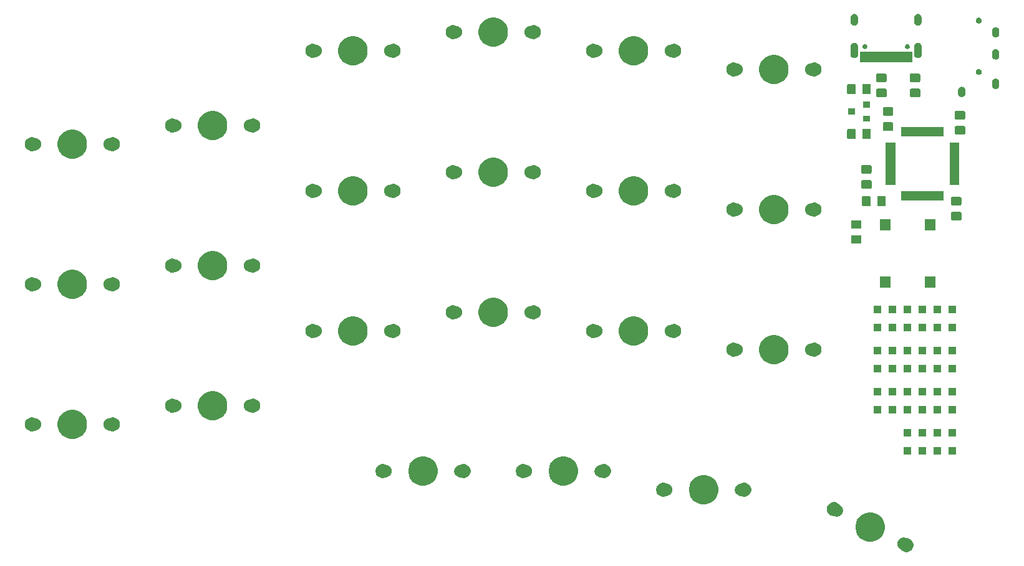
<source format=gts>
From 091566813df47450a6fca945339cd1e1ba90c915 Mon Sep 17 00:00:00 2001
From: Marc Poulhiès <dkm@kataplop.net>
Date: Wed, 2 Sep 2020 16:06:58 +0200
Subject: Initial work for Pouetpouet board

Based on keyseebee but now very different.
---
 pcb/gerbers/v0.1/left/left-F.Mask.gts | 4867 ---------------------------------
 1 file changed, 4867 deletions(-)
 delete mode 100644 pcb/gerbers/v0.1/left/left-F.Mask.gts

(limited to 'pcb/gerbers/v0.1/left/left-F.Mask.gts')

diff --git a/pcb/gerbers/v0.1/left/left-F.Mask.gts b/pcb/gerbers/v0.1/left/left-F.Mask.gts
deleted file mode 100644
index af9c08b..0000000
--- a/pcb/gerbers/v0.1/left/left-F.Mask.gts
+++ /dev/null
@@ -1,4867 +0,0 @@
-G04 #@! TF.GenerationSoftware,KiCad,Pcbnew,5.0.2+dfsg1-1*
-G04 #@! TF.CreationDate,2020-08-02T18:17:46+02:00*
-G04 #@! TF.ProjectId,left,6c656674-2e6b-4696-9361-645f70636258,rev?*
-G04 #@! TF.SameCoordinates,Original*
-G04 #@! TF.FileFunction,Soldermask,Top*
-G04 #@! TF.FilePolarity,Negative*
-%FSLAX46Y46*%
-G04 Gerber Fmt 4.6, Leading zero omitted, Abs format (unit mm)*
-G04 Created by KiCad (PCBNEW 5.0.2+dfsg1-1) date dim. 02 août 2020 18:17:46 CEST*
-%MOMM*%
-%LPD*%
-G01*
-G04 APERTURE LIST*
-%ADD10C,0.100000*%
-G04 APERTURE END LIST*
-D10*
-G36*
-X227425201Y-120194349D02*
-X227534381Y-120239573D01*
-X227557830Y-120246686D01*
-X227582217Y-120249088D01*
-X227646707Y-120249088D01*
-X227692591Y-120258215D01*
-X227830244Y-120285596D01*
-X228003133Y-120357209D01*
-X228158729Y-120461175D01*
-X228291052Y-120593498D01*
-X228395018Y-120749094D01*
-X228466631Y-120921983D01*
-X228467821Y-120927966D01*
-X228501127Y-121095403D01*
-X228503139Y-121105521D01*
-X228503139Y-121292655D01*
-X228466631Y-121476193D01*
-X228395018Y-121649082D01*
-X228291052Y-121804678D01*
-X228158729Y-121937001D01*
-X228003133Y-122040967D01*
-X227830244Y-122112580D01*
-X227692590Y-122139961D01*
-X227646707Y-122149088D01*
-X227459571Y-122149088D01*
-X227413688Y-122139961D01*
-X227276034Y-122112580D01*
-X227103145Y-122040967D01*
-X226947549Y-121937001D01*
-X226815226Y-121804678D01*
-X226813811Y-121802561D01*
-X226798268Y-121783622D01*
-X226779326Y-121768076D01*
-X226635420Y-121671921D01*
-X226517031Y-121553532D01*
-X226424007Y-121414312D01*
-X226359931Y-121259619D01*
-X226327267Y-121095404D01*
-X226327267Y-120927966D01*
-X226359931Y-120763751D01*
-X226424007Y-120609058D01*
-X226517031Y-120469838D01*
-X226635420Y-120351449D01*
-X226774640Y-120258425D01*
-X226929333Y-120194349D01*
-X227093548Y-120161685D01*
-X227260986Y-120161685D01*
-X227425201Y-120194349D01*
-X227425201Y-120194349D01*
-G37*
-G36*
-X223214378Y-116821859D02*
-X223578354Y-116972622D01*
-X223905929Y-117191501D01*
-X224184499Y-117470071D01*
-X224403378Y-117797646D01*
-X224554141Y-118161622D01*
-X224631000Y-118548016D01*
-X224631000Y-118941984D01*
-X224554141Y-119328378D01*
-X224403378Y-119692354D01*
-X224184499Y-120019929D01*
-X223905929Y-120298499D01*
-X223578354Y-120517378D01*
-X223214378Y-120668141D01*
-X222827984Y-120745000D01*
-X222434016Y-120745000D01*
-X222047622Y-120668141D01*
-X221683646Y-120517378D01*
-X221356071Y-120298499D01*
-X221077501Y-120019929D01*
-X220858622Y-119692354D01*
-X220707859Y-119328378D01*
-X220631000Y-118941984D01*
-X220631000Y-118548016D01*
-X220707859Y-118161622D01*
-X220858622Y-117797646D01*
-X221077501Y-117470071D01*
-X221356071Y-117191501D01*
-X221683646Y-116972622D01*
-X222047622Y-116821859D01*
-X222434016Y-116745000D01*
-X222827984Y-116745000D01*
-X223214378Y-116821859D01*
-X223214378Y-116821859D01*
-G37*
-G36*
-X217848312Y-115350039D02*
-X217985966Y-115377420D01*
-X218158855Y-115449033D01*
-X218314451Y-115552999D01*
-X218446774Y-115685322D01*
-X218448189Y-115687439D01*
-X218463732Y-115706378D01*
-X218482674Y-115721924D01*
-X218626580Y-115818079D01*
-X218744969Y-115936468D01*
-X218837993Y-116075688D01*
-X218902069Y-116230381D01*
-X218934733Y-116394596D01*
-X218934733Y-116562034D01*
-X218902069Y-116726249D01*
-X218837993Y-116880942D01*
-X218744969Y-117020162D01*
-X218626580Y-117138551D01*
-X218487360Y-117231575D01*
-X218332667Y-117295651D01*
-X218168452Y-117328315D01*
-X218001014Y-117328315D01*
-X217836799Y-117295651D01*
-X217727619Y-117250427D01*
-X217704170Y-117243314D01*
-X217679783Y-117240912D01*
-X217615293Y-117240912D01*
-X217568354Y-117231575D01*
-X217431756Y-117204404D01*
-X217258867Y-117132791D01*
-X217103271Y-117028825D01*
-X216970948Y-116896502D01*
-X216866982Y-116740906D01*
-X216795369Y-116568017D01*
-X216767988Y-116430364D01*
-X216758861Y-116384480D01*
-X216758861Y-116197344D01*
-X216783060Y-116075688D01*
-X216795369Y-116013807D01*
-X216866982Y-115840918D01*
-X216970948Y-115685322D01*
-X217103271Y-115552999D01*
-X217258867Y-115449033D01*
-X217431756Y-115377420D01*
-X217569410Y-115350039D01*
-X217615293Y-115340912D01*
-X217802429Y-115340912D01*
-X217848312Y-115350039D01*
-X217848312Y-115350039D01*
-G37*
-G36*
-X200608378Y-111741859D02*
-X200972354Y-111892622D01*
-X201299929Y-112111501D01*
-X201578499Y-112390071D01*
-X201797378Y-112717646D01*
-X201948141Y-113081622D01*
-X202025000Y-113468016D01*
-X202025000Y-113861984D01*
-X201948141Y-114248378D01*
-X201797378Y-114612354D01*
-X201578499Y-114939929D01*
-X201299929Y-115218499D01*
-X200972354Y-115437378D01*
-X200608378Y-115588141D01*
-X200221984Y-115665000D01*
-X199828016Y-115665000D01*
-X199441622Y-115588141D01*
-X199077646Y-115437378D01*
-X198750071Y-115218499D01*
-X198471501Y-114939929D01*
-X198252622Y-114612354D01*
-X198101859Y-114248378D01*
-X198025000Y-113861984D01*
-X198025000Y-113468016D01*
-X198101859Y-113081622D01*
-X198252622Y-112717646D01*
-X198471501Y-112390071D01*
-X198750071Y-112111501D01*
-X199077646Y-111892622D01*
-X199441622Y-111741859D01*
-X199828016Y-111665000D01*
-X200221984Y-111665000D01*
-X200608378Y-111741859D01*
-X200608378Y-111741859D01*
-G37*
-G36*
-X205664452Y-112724127D02*
-X205802105Y-112751508D01*
-X205974994Y-112823121D01*
-X206130590Y-112927087D01*
-X206262913Y-113059410D01*
-X206366879Y-113215006D01*
-X206438492Y-113387895D01*
-X206475000Y-113571433D01*
-X206475000Y-113758567D01*
-X206438492Y-113942105D01*
-X206366879Y-114114994D01*
-X206262913Y-114270590D01*
-X206130590Y-114402913D01*
-X205974994Y-114506879D01*
-X205802105Y-114578492D01*
-X205664451Y-114605873D01*
-X205618568Y-114615000D01*
-X205431432Y-114615000D01*
-X205385549Y-114605873D01*
-X205247895Y-114578492D01*
-X205117575Y-114524512D01*
-X205094137Y-114517402D01*
-X205069750Y-114515000D01*
-X205021281Y-114515000D01*
-X204857066Y-114482336D01*
-X204702373Y-114418260D01*
-X204563153Y-114325236D01*
-X204444764Y-114206847D01*
-X204351740Y-114067627D01*
-X204287664Y-113912934D01*
-X204255000Y-113748719D01*
-X204255000Y-113581281D01*
-X204287664Y-113417066D01*
-X204351740Y-113262373D01*
-X204444764Y-113123153D01*
-X204563153Y-113004764D01*
-X204702373Y-112911740D01*
-X204857066Y-112847664D01*
-X205021281Y-112815000D01*
-X205069750Y-112815000D01*
-X205094136Y-112812598D01*
-X205117575Y-112805488D01*
-X205247895Y-112751508D01*
-X205385548Y-112724127D01*
-X205431432Y-112715000D01*
-X205618568Y-112715000D01*
-X205664452Y-112724127D01*
-X205664452Y-112724127D01*
-G37*
-G36*
-X194664452Y-112724127D02*
-X194802105Y-112751508D01*
-X194932425Y-112805488D01*
-X194955863Y-112812598D01*
-X194980250Y-112815000D01*
-X195028719Y-112815000D01*
-X195192934Y-112847664D01*
-X195347627Y-112911740D01*
-X195486847Y-113004764D01*
-X195605236Y-113123153D01*
-X195698260Y-113262373D01*
-X195762336Y-113417066D01*
-X195795000Y-113581281D01*
-X195795000Y-113748719D01*
-X195762336Y-113912934D01*
-X195698260Y-114067627D01*
-X195605236Y-114206847D01*
-X195486847Y-114325236D01*
-X195347627Y-114418260D01*
-X195192934Y-114482336D01*
-X195028719Y-114515000D01*
-X194980250Y-114515000D01*
-X194955864Y-114517402D01*
-X194932425Y-114524512D01*
-X194802105Y-114578492D01*
-X194664451Y-114605873D01*
-X194618568Y-114615000D01*
-X194431432Y-114615000D01*
-X194385549Y-114605873D01*
-X194247895Y-114578492D01*
-X194075006Y-114506879D01*
-X193919410Y-114402913D01*
-X193787087Y-114270590D01*
-X193683121Y-114114994D01*
-X193611508Y-113942105D01*
-X193575000Y-113758567D01*
-X193575000Y-113571433D01*
-X193611508Y-113387895D01*
-X193683121Y-113215006D01*
-X193787087Y-113059410D01*
-X193919410Y-112927087D01*
-X194075006Y-112823121D01*
-X194247895Y-112751508D01*
-X194385548Y-112724127D01*
-X194431432Y-112715000D01*
-X194618568Y-112715000D01*
-X194664452Y-112724127D01*
-X194664452Y-112724127D01*
-G37*
-G36*
-X181558378Y-109201859D02*
-X181922354Y-109352622D01*
-X182249929Y-109571501D01*
-X182528499Y-109850071D01*
-X182747378Y-110177646D01*
-X182898141Y-110541622D01*
-X182975000Y-110928016D01*
-X182975000Y-111321984D01*
-X182898141Y-111708378D01*
-X182747378Y-112072354D01*
-X182528499Y-112399929D01*
-X182249929Y-112678499D01*
-X181922354Y-112897378D01*
-X181558378Y-113048141D01*
-X181171984Y-113125000D01*
-X180778016Y-113125000D01*
-X180391622Y-113048141D01*
-X180027646Y-112897378D01*
-X179700071Y-112678499D01*
-X179421501Y-112399929D01*
-X179202622Y-112072354D01*
-X179051859Y-111708378D01*
-X178975000Y-111321984D01*
-X178975000Y-110928016D01*
-X179051859Y-110541622D01*
-X179202622Y-110177646D01*
-X179421501Y-109850071D01*
-X179700071Y-109571501D01*
-X180027646Y-109352622D01*
-X180391622Y-109201859D01*
-X180778016Y-109125000D01*
-X181171984Y-109125000D01*
-X181558378Y-109201859D01*
-X181558378Y-109201859D01*
-G37*
-G36*
-X162508378Y-109201859D02*
-X162872354Y-109352622D01*
-X163199929Y-109571501D01*
-X163478499Y-109850071D01*
-X163697378Y-110177646D01*
-X163848141Y-110541622D01*
-X163925000Y-110928016D01*
-X163925000Y-111321984D01*
-X163848141Y-111708378D01*
-X163697378Y-112072354D01*
-X163478499Y-112399929D01*
-X163199929Y-112678499D01*
-X162872354Y-112897378D01*
-X162508378Y-113048141D01*
-X162121984Y-113125000D01*
-X161728016Y-113125000D01*
-X161341622Y-113048141D01*
-X160977646Y-112897378D01*
-X160650071Y-112678499D01*
-X160371501Y-112399929D01*
-X160152622Y-112072354D01*
-X160001859Y-111708378D01*
-X159925000Y-111321984D01*
-X159925000Y-110928016D01*
-X160001859Y-110541622D01*
-X160152622Y-110177646D01*
-X160371501Y-109850071D01*
-X160650071Y-109571501D01*
-X160977646Y-109352622D01*
-X161341622Y-109201859D01*
-X161728016Y-109125000D01*
-X162121984Y-109125000D01*
-X162508378Y-109201859D01*
-X162508378Y-109201859D01*
-G37*
-G36*
-X167564451Y-110184127D02*
-X167702105Y-110211508D01*
-X167874994Y-110283121D01*
-X168030590Y-110387087D01*
-X168162913Y-110519410D01*
-X168266879Y-110675006D01*
-X168338492Y-110847895D01*
-X168375000Y-111031433D01*
-X168375000Y-111218567D01*
-X168338492Y-111402105D01*
-X168266879Y-111574994D01*
-X168162913Y-111730590D01*
-X168030590Y-111862913D01*
-X167874994Y-111966879D01*
-X167702105Y-112038492D01*
-X167564452Y-112065873D01*
-X167518568Y-112075000D01*
-X167331432Y-112075000D01*
-X167285548Y-112065873D01*
-X167147895Y-112038492D01*
-X167017575Y-111984512D01*
-X166994137Y-111977402D01*
-X166969750Y-111975000D01*
-X166921281Y-111975000D01*
-X166757066Y-111942336D01*
-X166602373Y-111878260D01*
-X166463153Y-111785236D01*
-X166344764Y-111666847D01*
-X166251740Y-111527627D01*
-X166187664Y-111372934D01*
-X166155000Y-111208719D01*
-X166155000Y-111041281D01*
-X166187664Y-110877066D01*
-X166251740Y-110722373D01*
-X166344764Y-110583153D01*
-X166463153Y-110464764D01*
-X166602373Y-110371740D01*
-X166757066Y-110307664D01*
-X166921281Y-110275000D01*
-X166969750Y-110275000D01*
-X166994136Y-110272598D01*
-X167017575Y-110265488D01*
-X167147895Y-110211508D01*
-X167285549Y-110184127D01*
-X167331432Y-110175000D01*
-X167518568Y-110175000D01*
-X167564451Y-110184127D01*
-X167564451Y-110184127D01*
-G37*
-G36*
-X156564451Y-110184127D02*
-X156702105Y-110211508D01*
-X156832425Y-110265488D01*
-X156855863Y-110272598D01*
-X156880250Y-110275000D01*
-X156928719Y-110275000D01*
-X157092934Y-110307664D01*
-X157247627Y-110371740D01*
-X157386847Y-110464764D01*
-X157505236Y-110583153D01*
-X157598260Y-110722373D01*
-X157662336Y-110877066D01*
-X157695000Y-111041281D01*
-X157695000Y-111208719D01*
-X157662336Y-111372934D01*
-X157598260Y-111527627D01*
-X157505236Y-111666847D01*
-X157386847Y-111785236D01*
-X157247627Y-111878260D01*
-X157092934Y-111942336D01*
-X156928719Y-111975000D01*
-X156880250Y-111975000D01*
-X156855864Y-111977402D01*
-X156832425Y-111984512D01*
-X156702105Y-112038492D01*
-X156564452Y-112065873D01*
-X156518568Y-112075000D01*
-X156331432Y-112075000D01*
-X156285548Y-112065873D01*
-X156147895Y-112038492D01*
-X155975006Y-111966879D01*
-X155819410Y-111862913D01*
-X155687087Y-111730590D01*
-X155583121Y-111574994D01*
-X155511508Y-111402105D01*
-X155475000Y-111218567D01*
-X155475000Y-111031433D01*
-X155511508Y-110847895D01*
-X155583121Y-110675006D01*
-X155687087Y-110519410D01*
-X155819410Y-110387087D01*
-X155975006Y-110283121D01*
-X156147895Y-110211508D01*
-X156285549Y-110184127D01*
-X156331432Y-110175000D01*
-X156518568Y-110175000D01*
-X156564451Y-110184127D01*
-X156564451Y-110184127D01*
-G37*
-G36*
-X186614451Y-110184127D02*
-X186752105Y-110211508D01*
-X186924994Y-110283121D01*
-X187080590Y-110387087D01*
-X187212913Y-110519410D01*
-X187316879Y-110675006D01*
-X187388492Y-110847895D01*
-X187425000Y-111031433D01*
-X187425000Y-111218567D01*
-X187388492Y-111402105D01*
-X187316879Y-111574994D01*
-X187212913Y-111730590D01*
-X187080590Y-111862913D01*
-X186924994Y-111966879D01*
-X186752105Y-112038492D01*
-X186614452Y-112065873D01*
-X186568568Y-112075000D01*
-X186381432Y-112075000D01*
-X186335548Y-112065873D01*
-X186197895Y-112038492D01*
-X186067575Y-111984512D01*
-X186044137Y-111977402D01*
-X186019750Y-111975000D01*
-X185971281Y-111975000D01*
-X185807066Y-111942336D01*
-X185652373Y-111878260D01*
-X185513153Y-111785236D01*
-X185394764Y-111666847D01*
-X185301740Y-111527627D01*
-X185237664Y-111372934D01*
-X185205000Y-111208719D01*
-X185205000Y-111041281D01*
-X185237664Y-110877066D01*
-X185301740Y-110722373D01*
-X185394764Y-110583153D01*
-X185513153Y-110464764D01*
-X185652373Y-110371740D01*
-X185807066Y-110307664D01*
-X185971281Y-110275000D01*
-X186019750Y-110275000D01*
-X186044136Y-110272598D01*
-X186067575Y-110265488D01*
-X186197895Y-110211508D01*
-X186335549Y-110184127D01*
-X186381432Y-110175000D01*
-X186568568Y-110175000D01*
-X186614451Y-110184127D01*
-X186614451Y-110184127D01*
-G37*
-G36*
-X175614451Y-110184127D02*
-X175752105Y-110211508D01*
-X175882425Y-110265488D01*
-X175905863Y-110272598D01*
-X175930250Y-110275000D01*
-X175978719Y-110275000D01*
-X176142934Y-110307664D01*
-X176297627Y-110371740D01*
-X176436847Y-110464764D01*
-X176555236Y-110583153D01*
-X176648260Y-110722373D01*
-X176712336Y-110877066D01*
-X176745000Y-111041281D01*
-X176745000Y-111208719D01*
-X176712336Y-111372934D01*
-X176648260Y-111527627D01*
-X176555236Y-111666847D01*
-X176436847Y-111785236D01*
-X176297627Y-111878260D01*
-X176142934Y-111942336D01*
-X175978719Y-111975000D01*
-X175930250Y-111975000D01*
-X175905864Y-111977402D01*
-X175882425Y-111984512D01*
-X175752105Y-112038492D01*
-X175614452Y-112065873D01*
-X175568568Y-112075000D01*
-X175381432Y-112075000D01*
-X175335548Y-112065873D01*
-X175197895Y-112038492D01*
-X175025006Y-111966879D01*
-X174869410Y-111862913D01*
-X174737087Y-111730590D01*
-X174633121Y-111574994D01*
-X174561508Y-111402105D01*
-X174525000Y-111218567D01*
-X174525000Y-111031433D01*
-X174561508Y-110847895D01*
-X174633121Y-110675006D01*
-X174737087Y-110519410D01*
-X174869410Y-110387087D01*
-X175025006Y-110283121D01*
-X175197895Y-110211508D01*
-X175335549Y-110184127D01*
-X175381432Y-110175000D01*
-X175568568Y-110175000D01*
-X175614451Y-110184127D01*
-X175614451Y-110184127D01*
-G37*
-G36*
-X234259440Y-108882927D02*
-X233259440Y-108882927D01*
-X233259440Y-107882927D01*
-X234259440Y-107882927D01*
-X234259440Y-108882927D01*
-X234259440Y-108882927D01*
-G37*
-G36*
-X232227440Y-108882927D02*
-X231227440Y-108882927D01*
-X231227440Y-107882927D01*
-X232227440Y-107882927D01*
-X232227440Y-108882927D01*
-X232227440Y-108882927D01*
-G37*
-G36*
-X230195440Y-108882927D02*
-X229195440Y-108882927D01*
-X229195440Y-107882927D01*
-X230195440Y-107882927D01*
-X230195440Y-108882927D01*
-X230195440Y-108882927D01*
-G37*
-G36*
-X228163440Y-108882927D02*
-X227163440Y-108882927D01*
-X227163440Y-107882927D01*
-X228163440Y-107882927D01*
-X228163440Y-108882927D01*
-X228163440Y-108882927D01*
-G37*
-G36*
-X114883378Y-102851859D02*
-X115247354Y-103002622D01*
-X115574929Y-103221501D01*
-X115853499Y-103500071D01*
-X116072378Y-103827646D01*
-X116223141Y-104191622D01*
-X116300000Y-104578016D01*
-X116300000Y-104971984D01*
-X116223141Y-105358378D01*
-X116072378Y-105722354D01*
-X115853499Y-106049929D01*
-X115574929Y-106328499D01*
-X115247354Y-106547378D01*
-X114883378Y-106698141D01*
-X114496984Y-106775000D01*
-X114103016Y-106775000D01*
-X113716622Y-106698141D01*
-X113352646Y-106547378D01*
-X113025071Y-106328499D01*
-X112746501Y-106049929D01*
-X112527622Y-105722354D01*
-X112376859Y-105358378D01*
-X112300000Y-104971984D01*
-X112300000Y-104578016D01*
-X112376859Y-104191622D01*
-X112527622Y-103827646D01*
-X112746501Y-103500071D01*
-X113025071Y-103221501D01*
-X113352646Y-103002622D01*
-X113716622Y-102851859D01*
-X114103016Y-102775000D01*
-X114496984Y-102775000D01*
-X114883378Y-102851859D01*
-X114883378Y-102851859D01*
-G37*
-G36*
-X234259440Y-106382927D02*
-X233259440Y-106382927D01*
-X233259440Y-105382927D01*
-X234259440Y-105382927D01*
-X234259440Y-106382927D01*
-X234259440Y-106382927D01*
-G37*
-G36*
-X230195440Y-106382927D02*
-X229195440Y-106382927D01*
-X229195440Y-105382927D01*
-X230195440Y-105382927D01*
-X230195440Y-106382927D01*
-X230195440Y-106382927D01*
-G37*
-G36*
-X228163440Y-106382927D02*
-X227163440Y-106382927D01*
-X227163440Y-105382927D01*
-X228163440Y-105382927D01*
-X228163440Y-106382927D01*
-X228163440Y-106382927D01*
-G37*
-G36*
-X232227440Y-106382927D02*
-X231227440Y-106382927D01*
-X231227440Y-105382927D01*
-X232227440Y-105382927D01*
-X232227440Y-106382927D01*
-X232227440Y-106382927D01*
-G37*
-G36*
-X119939452Y-103834127D02*
-X120077105Y-103861508D01*
-X120249994Y-103933121D01*
-X120405590Y-104037087D01*
-X120537913Y-104169410D01*
-X120641879Y-104325006D01*
-X120713492Y-104497895D01*
-X120750000Y-104681433D01*
-X120750000Y-104868567D01*
-X120713492Y-105052105D01*
-X120641879Y-105224994D01*
-X120537913Y-105380590D01*
-X120405590Y-105512913D01*
-X120249994Y-105616879D01*
-X120077105Y-105688492D01*
-X119939451Y-105715873D01*
-X119893568Y-105725000D01*
-X119706432Y-105725000D01*
-X119660549Y-105715873D01*
-X119522895Y-105688492D01*
-X119392575Y-105634512D01*
-X119369137Y-105627402D01*
-X119344750Y-105625000D01*
-X119296281Y-105625000D01*
-X119132066Y-105592336D01*
-X118977373Y-105528260D01*
-X118838153Y-105435236D01*
-X118719764Y-105316847D01*
-X118626740Y-105177627D01*
-X118562664Y-105022934D01*
-X118530000Y-104858719D01*
-X118530000Y-104691281D01*
-X118562664Y-104527066D01*
-X118626740Y-104372373D01*
-X118719764Y-104233153D01*
-X118838153Y-104114764D01*
-X118977373Y-104021740D01*
-X119132066Y-103957664D01*
-X119296281Y-103925000D01*
-X119344750Y-103925000D01*
-X119369136Y-103922598D01*
-X119392575Y-103915488D01*
-X119522895Y-103861508D01*
-X119660548Y-103834127D01*
-X119706432Y-103825000D01*
-X119893568Y-103825000D01*
-X119939452Y-103834127D01*
-X119939452Y-103834127D01*
-G37*
-G36*
-X108939452Y-103834127D02*
-X109077105Y-103861508D01*
-X109207425Y-103915488D01*
-X109230863Y-103922598D01*
-X109255250Y-103925000D01*
-X109303719Y-103925000D01*
-X109467934Y-103957664D01*
-X109622627Y-104021740D01*
-X109761847Y-104114764D01*
-X109880236Y-104233153D01*
-X109973260Y-104372373D01*
-X110037336Y-104527066D01*
-X110070000Y-104691281D01*
-X110070000Y-104858719D01*
-X110037336Y-105022934D01*
-X109973260Y-105177627D01*
-X109880236Y-105316847D01*
-X109761847Y-105435236D01*
-X109622627Y-105528260D01*
-X109467934Y-105592336D01*
-X109303719Y-105625000D01*
-X109255250Y-105625000D01*
-X109230864Y-105627402D01*
-X109207425Y-105634512D01*
-X109077105Y-105688492D01*
-X108939451Y-105715873D01*
-X108893568Y-105725000D01*
-X108706432Y-105725000D01*
-X108660549Y-105715873D01*
-X108522895Y-105688492D01*
-X108350006Y-105616879D01*
-X108194410Y-105512913D01*
-X108062087Y-105380590D01*
-X107958121Y-105224994D01*
-X107886508Y-105052105D01*
-X107850000Y-104868567D01*
-X107850000Y-104681433D01*
-X107886508Y-104497895D01*
-X107958121Y-104325006D01*
-X108062087Y-104169410D01*
-X108194410Y-104037087D01*
-X108350006Y-103933121D01*
-X108522895Y-103861508D01*
-X108660548Y-103834127D01*
-X108706432Y-103825000D01*
-X108893568Y-103825000D01*
-X108939452Y-103834127D01*
-X108939452Y-103834127D01*
-G37*
-G36*
-X133933378Y-100311859D02*
-X134297354Y-100462622D01*
-X134624929Y-100681501D01*
-X134903499Y-100960071D01*
-X135122378Y-101287646D01*
-X135273141Y-101651622D01*
-X135350000Y-102038016D01*
-X135350000Y-102431984D01*
-X135273141Y-102818378D01*
-X135122378Y-103182354D01*
-X134903499Y-103509929D01*
-X134624929Y-103788499D01*
-X134297354Y-104007378D01*
-X133933378Y-104158141D01*
-X133546984Y-104235000D01*
-X133153016Y-104235000D01*
-X132766622Y-104158141D01*
-X132402646Y-104007378D01*
-X132075071Y-103788499D01*
-X131796501Y-103509929D01*
-X131577622Y-103182354D01*
-X131426859Y-102818378D01*
-X131350000Y-102431984D01*
-X131350000Y-102038016D01*
-X131426859Y-101651622D01*
-X131577622Y-101287646D01*
-X131796501Y-100960071D01*
-X132075071Y-100681501D01*
-X132402646Y-100462622D01*
-X132766622Y-100311859D01*
-X133153016Y-100235000D01*
-X133546984Y-100235000D01*
-X133933378Y-100311859D01*
-X133933378Y-100311859D01*
-G37*
-G36*
-X230195440Y-103294927D02*
-X229195440Y-103294927D01*
-X229195440Y-102294927D01*
-X230195440Y-102294927D01*
-X230195440Y-103294927D01*
-X230195440Y-103294927D01*
-G37*
-G36*
-X232227440Y-103294927D02*
-X231227440Y-103294927D01*
-X231227440Y-102294927D01*
-X232227440Y-102294927D01*
-X232227440Y-103294927D01*
-X232227440Y-103294927D01*
-G37*
-G36*
-X234259440Y-103294927D02*
-X233259440Y-103294927D01*
-X233259440Y-102294927D01*
-X234259440Y-102294927D01*
-X234259440Y-103294927D01*
-X234259440Y-103294927D01*
-G37*
-G36*
-X226131440Y-103294927D02*
-X225131440Y-103294927D01*
-X225131440Y-102294927D01*
-X226131440Y-102294927D01*
-X226131440Y-103294927D01*
-X226131440Y-103294927D01*
-G37*
-G36*
-X228163440Y-103294927D02*
-X227163440Y-103294927D01*
-X227163440Y-102294927D01*
-X228163440Y-102294927D01*
-X228163440Y-103294927D01*
-X228163440Y-103294927D01*
-G37*
-G36*
-X224099440Y-103294927D02*
-X223099440Y-103294927D01*
-X223099440Y-102294927D01*
-X224099440Y-102294927D01*
-X224099440Y-103294927D01*
-X224099440Y-103294927D01*
-G37*
-G36*
-X127989451Y-101294127D02*
-X128127105Y-101321508D01*
-X128257425Y-101375488D01*
-X128280863Y-101382598D01*
-X128305250Y-101385000D01*
-X128353719Y-101385000D01*
-X128517934Y-101417664D01*
-X128672627Y-101481740D01*
-X128811847Y-101574764D01*
-X128930236Y-101693153D01*
-X129023260Y-101832373D01*
-X129087336Y-101987066D01*
-X129120000Y-102151281D01*
-X129120000Y-102318719D01*
-X129087336Y-102482934D01*
-X129023260Y-102637627D01*
-X128930236Y-102776847D01*
-X128811847Y-102895236D01*
-X128672627Y-102988260D01*
-X128517934Y-103052336D01*
-X128353719Y-103085000D01*
-X128305250Y-103085000D01*
-X128280864Y-103087402D01*
-X128257425Y-103094512D01*
-X128127105Y-103148492D01*
-X127989452Y-103175873D01*
-X127943568Y-103185000D01*
-X127756432Y-103185000D01*
-X127710548Y-103175873D01*
-X127572895Y-103148492D01*
-X127400006Y-103076879D01*
-X127244410Y-102972913D01*
-X127112087Y-102840590D01*
-X127008121Y-102684994D01*
-X126936508Y-102512105D01*
-X126900000Y-102328567D01*
-X126900000Y-102141433D01*
-X126936508Y-101957895D01*
-X127008121Y-101785006D01*
-X127112087Y-101629410D01*
-X127244410Y-101497087D01*
-X127400006Y-101393121D01*
-X127572895Y-101321508D01*
-X127710548Y-101294127D01*
-X127756432Y-101285000D01*
-X127943568Y-101285000D01*
-X127989451Y-101294127D01*
-X127989451Y-101294127D01*
-G37*
-G36*
-X138989451Y-101294127D02*
-X139127105Y-101321508D01*
-X139299994Y-101393121D01*
-X139455590Y-101497087D01*
-X139587913Y-101629410D01*
-X139691879Y-101785006D01*
-X139763492Y-101957895D01*
-X139800000Y-102141433D01*
-X139800000Y-102328567D01*
-X139763492Y-102512105D01*
-X139691879Y-102684994D01*
-X139587913Y-102840590D01*
-X139455590Y-102972913D01*
-X139299994Y-103076879D01*
-X139127105Y-103148492D01*
-X138989452Y-103175873D01*
-X138943568Y-103185000D01*
-X138756432Y-103185000D01*
-X138710548Y-103175873D01*
-X138572895Y-103148492D01*
-X138442575Y-103094512D01*
-X138419137Y-103087402D01*
-X138394750Y-103085000D01*
-X138346281Y-103085000D01*
-X138182066Y-103052336D01*
-X138027373Y-102988260D01*
-X137888153Y-102895236D01*
-X137769764Y-102776847D01*
-X137676740Y-102637627D01*
-X137612664Y-102482934D01*
-X137580000Y-102318719D01*
-X137580000Y-102151281D01*
-X137612664Y-101987066D01*
-X137676740Y-101832373D01*
-X137769764Y-101693153D01*
-X137888153Y-101574764D01*
-X138027373Y-101481740D01*
-X138182066Y-101417664D01*
-X138346281Y-101385000D01*
-X138394750Y-101385000D01*
-X138419136Y-101382598D01*
-X138442575Y-101375488D01*
-X138572895Y-101321508D01*
-X138710548Y-101294127D01*
-X138756432Y-101285000D01*
-X138943568Y-101285000D01*
-X138989451Y-101294127D01*
-X138989451Y-101294127D01*
-G37*
-G36*
-X226131440Y-100794927D02*
-X225131440Y-100794927D01*
-X225131440Y-99794927D01*
-X226131440Y-99794927D01*
-X226131440Y-100794927D01*
-X226131440Y-100794927D01*
-G37*
-G36*
-X234259440Y-100794927D02*
-X233259440Y-100794927D01*
-X233259440Y-99794927D01*
-X234259440Y-99794927D01*
-X234259440Y-100794927D01*
-X234259440Y-100794927D01*
-G37*
-G36*
-X224099440Y-100794927D02*
-X223099440Y-100794927D01*
-X223099440Y-99794927D01*
-X224099440Y-99794927D01*
-X224099440Y-100794927D01*
-X224099440Y-100794927D01*
-G37*
-G36*
-X228163440Y-100794927D02*
-X227163440Y-100794927D01*
-X227163440Y-99794927D01*
-X228163440Y-99794927D01*
-X228163440Y-100794927D01*
-X228163440Y-100794927D01*
-G37*
-G36*
-X230195440Y-100794927D02*
-X229195440Y-100794927D01*
-X229195440Y-99794927D01*
-X230195440Y-99794927D01*
-X230195440Y-100794927D01*
-X230195440Y-100794927D01*
-G37*
-G36*
-X232227440Y-100794927D02*
-X231227440Y-100794927D01*
-X231227440Y-99794927D01*
-X232227440Y-99794927D01*
-X232227440Y-100794927D01*
-X232227440Y-100794927D01*
-G37*
-G36*
-X234259440Y-97706927D02*
-X233259440Y-97706927D01*
-X233259440Y-96706927D01*
-X234259440Y-96706927D01*
-X234259440Y-97706927D01*
-X234259440Y-97706927D01*
-G37*
-G36*
-X232227440Y-97706927D02*
-X231227440Y-97706927D01*
-X231227440Y-96706927D01*
-X232227440Y-96706927D01*
-X232227440Y-97706927D01*
-X232227440Y-97706927D01*
-G37*
-G36*
-X228163440Y-97706927D02*
-X227163440Y-97706927D01*
-X227163440Y-96706927D01*
-X228163440Y-96706927D01*
-X228163440Y-97706927D01*
-X228163440Y-97706927D01*
-G37*
-G36*
-X226131440Y-97706927D02*
-X225131440Y-97706927D01*
-X225131440Y-96706927D01*
-X226131440Y-96706927D01*
-X226131440Y-97706927D01*
-X226131440Y-97706927D01*
-G37*
-G36*
-X224099440Y-97706927D02*
-X223099440Y-97706927D01*
-X223099440Y-96706927D01*
-X224099440Y-96706927D01*
-X224099440Y-97706927D01*
-X224099440Y-97706927D01*
-G37*
-G36*
-X230195440Y-97706927D02*
-X229195440Y-97706927D01*
-X229195440Y-96706927D01*
-X230195440Y-96706927D01*
-X230195440Y-97706927D01*
-X230195440Y-97706927D01*
-G37*
-G36*
-X210133378Y-92691859D02*
-X210497354Y-92842622D01*
-X210824929Y-93061501D01*
-X211103499Y-93340071D01*
-X211322378Y-93667646D01*
-X211473141Y-94031622D01*
-X211550000Y-94418016D01*
-X211550000Y-94811984D01*
-X211473141Y-95198378D01*
-X211322378Y-95562354D01*
-X211103499Y-95889929D01*
-X210824929Y-96168499D01*
-X210497354Y-96387378D01*
-X210133378Y-96538141D01*
-X209746984Y-96615000D01*
-X209353016Y-96615000D01*
-X208966622Y-96538141D01*
-X208602646Y-96387378D01*
-X208275071Y-96168499D01*
-X207996501Y-95889929D01*
-X207777622Y-95562354D01*
-X207626859Y-95198378D01*
-X207550000Y-94811984D01*
-X207550000Y-94418016D01*
-X207626859Y-94031622D01*
-X207777622Y-93667646D01*
-X207996501Y-93340071D01*
-X208275071Y-93061501D01*
-X208602646Y-92842622D01*
-X208966622Y-92691859D01*
-X209353016Y-92615000D01*
-X209746984Y-92615000D01*
-X210133378Y-92691859D01*
-X210133378Y-92691859D01*
-G37*
-G36*
-X204189451Y-93674127D02*
-X204327105Y-93701508D01*
-X204457425Y-93755488D01*
-X204480863Y-93762598D01*
-X204505250Y-93765000D01*
-X204553719Y-93765000D01*
-X204717934Y-93797664D01*
-X204872627Y-93861740D01*
-X205011847Y-93954764D01*
-X205130236Y-94073153D01*
-X205223260Y-94212373D01*
-X205287336Y-94367066D01*
-X205320000Y-94531281D01*
-X205320000Y-94698719D01*
-X205287336Y-94862934D01*
-X205223260Y-95017627D01*
-X205130236Y-95156847D01*
-X205011847Y-95275236D01*
-X204872627Y-95368260D01*
-X204717934Y-95432336D01*
-X204553719Y-95465000D01*
-X204505250Y-95465000D01*
-X204480864Y-95467402D01*
-X204457425Y-95474512D01*
-X204327105Y-95528492D01*
-X204189452Y-95555873D01*
-X204143568Y-95565000D01*
-X203956432Y-95565000D01*
-X203910548Y-95555873D01*
-X203772895Y-95528492D01*
-X203600006Y-95456879D01*
-X203444410Y-95352913D01*
-X203312087Y-95220590D01*
-X203208121Y-95064994D01*
-X203136508Y-94892105D01*
-X203100000Y-94708567D01*
-X203100000Y-94521433D01*
-X203136508Y-94337895D01*
-X203208121Y-94165006D01*
-X203312087Y-94009410D01*
-X203444410Y-93877087D01*
-X203600006Y-93773121D01*
-X203772895Y-93701508D01*
-X203910548Y-93674127D01*
-X203956432Y-93665000D01*
-X204143568Y-93665000D01*
-X204189451Y-93674127D01*
-X204189451Y-93674127D01*
-G37*
-G36*
-X215189451Y-93674127D02*
-X215327105Y-93701508D01*
-X215499994Y-93773121D01*
-X215655590Y-93877087D01*
-X215787913Y-94009410D01*
-X215891879Y-94165006D01*
-X215963492Y-94337895D01*
-X216000000Y-94521433D01*
-X216000000Y-94708567D01*
-X215963492Y-94892105D01*
-X215891879Y-95064994D01*
-X215787913Y-95220590D01*
-X215655590Y-95352913D01*
-X215499994Y-95456879D01*
-X215327105Y-95528492D01*
-X215189452Y-95555873D01*
-X215143568Y-95565000D01*
-X214956432Y-95565000D01*
-X214910548Y-95555873D01*
-X214772895Y-95528492D01*
-X214642575Y-95474512D01*
-X214619137Y-95467402D01*
-X214594750Y-95465000D01*
-X214546281Y-95465000D01*
-X214382066Y-95432336D01*
-X214227373Y-95368260D01*
-X214088153Y-95275236D01*
-X213969764Y-95156847D01*
-X213876740Y-95017627D01*
-X213812664Y-94862934D01*
-X213780000Y-94698719D01*
-X213780000Y-94531281D01*
-X213812664Y-94367066D01*
-X213876740Y-94212373D01*
-X213969764Y-94073153D01*
-X214088153Y-93954764D01*
-X214227373Y-93861740D01*
-X214382066Y-93797664D01*
-X214546281Y-93765000D01*
-X214594750Y-93765000D01*
-X214619136Y-93762598D01*
-X214642575Y-93755488D01*
-X214772895Y-93701508D01*
-X214910548Y-93674127D01*
-X214956432Y-93665000D01*
-X215143568Y-93665000D01*
-X215189451Y-93674127D01*
-X215189451Y-93674127D01*
-G37*
-G36*
-X230195440Y-95206927D02*
-X229195440Y-95206927D01*
-X229195440Y-94206927D01*
-X230195440Y-94206927D01*
-X230195440Y-95206927D01*
-X230195440Y-95206927D01*
-G37*
-G36*
-X224099440Y-95206927D02*
-X223099440Y-95206927D01*
-X223099440Y-94206927D01*
-X224099440Y-94206927D01*
-X224099440Y-95206927D01*
-X224099440Y-95206927D01*
-G37*
-G36*
-X226131440Y-95206927D02*
-X225131440Y-95206927D01*
-X225131440Y-94206927D01*
-X226131440Y-94206927D01*
-X226131440Y-95206927D01*
-X226131440Y-95206927D01*
-G37*
-G36*
-X232227440Y-95206927D02*
-X231227440Y-95206927D01*
-X231227440Y-94206927D01*
-X232227440Y-94206927D01*
-X232227440Y-95206927D01*
-X232227440Y-95206927D01*
-G37*
-G36*
-X234259440Y-95206927D02*
-X233259440Y-95206927D01*
-X233259440Y-94206927D01*
-X234259440Y-94206927D01*
-X234259440Y-95206927D01*
-X234259440Y-95206927D01*
-G37*
-G36*
-X228163440Y-95206927D02*
-X227163440Y-95206927D01*
-X227163440Y-94206927D01*
-X228163440Y-94206927D01*
-X228163440Y-95206927D01*
-X228163440Y-95206927D01*
-G37*
-G36*
-X152983378Y-90151859D02*
-X153347354Y-90302622D01*
-X153674929Y-90521501D01*
-X153953499Y-90800071D01*
-X154172378Y-91127646D01*
-X154323141Y-91491622D01*
-X154400000Y-91878016D01*
-X154400000Y-92271984D01*
-X154323141Y-92658378D01*
-X154172378Y-93022354D01*
-X153953499Y-93349929D01*
-X153674929Y-93628499D01*
-X153347354Y-93847378D01*
-X152983378Y-93998141D01*
-X152596984Y-94075000D01*
-X152203016Y-94075000D01*
-X151816622Y-93998141D01*
-X151452646Y-93847378D01*
-X151125071Y-93628499D01*
-X150846501Y-93349929D01*
-X150627622Y-93022354D01*
-X150476859Y-92658378D01*
-X150400000Y-92271984D01*
-X150400000Y-91878016D01*
-X150476859Y-91491622D01*
-X150627622Y-91127646D01*
-X150846501Y-90800071D01*
-X151125071Y-90521501D01*
-X151452646Y-90302622D01*
-X151816622Y-90151859D01*
-X152203016Y-90075000D01*
-X152596984Y-90075000D01*
-X152983378Y-90151859D01*
-X152983378Y-90151859D01*
-G37*
-G36*
-X191083378Y-90151859D02*
-X191447354Y-90302622D01*
-X191774929Y-90521501D01*
-X192053499Y-90800071D01*
-X192272378Y-91127646D01*
-X192423141Y-91491622D01*
-X192500000Y-91878016D01*
-X192500000Y-92271984D01*
-X192423141Y-92658378D01*
-X192272378Y-93022354D01*
-X192053499Y-93349929D01*
-X191774929Y-93628499D01*
-X191447354Y-93847378D01*
-X191083378Y-93998141D01*
-X190696984Y-94075000D01*
-X190303016Y-94075000D01*
-X189916622Y-93998141D01*
-X189552646Y-93847378D01*
-X189225071Y-93628499D01*
-X188946501Y-93349929D01*
-X188727622Y-93022354D01*
-X188576859Y-92658378D01*
-X188500000Y-92271984D01*
-X188500000Y-91878016D01*
-X188576859Y-91491622D01*
-X188727622Y-91127646D01*
-X188946501Y-90800071D01*
-X189225071Y-90521501D01*
-X189552646Y-90302622D01*
-X189916622Y-90151859D01*
-X190303016Y-90075000D01*
-X190696984Y-90075000D01*
-X191083378Y-90151859D01*
-X191083378Y-90151859D01*
-G37*
-G36*
-X196139451Y-91134127D02*
-X196277105Y-91161508D01*
-X196449994Y-91233121D01*
-X196605590Y-91337087D01*
-X196737913Y-91469410D01*
-X196841879Y-91625006D01*
-X196913492Y-91797895D01*
-X196950000Y-91981433D01*
-X196950000Y-92168567D01*
-X196913492Y-92352105D01*
-X196841879Y-92524994D01*
-X196737913Y-92680590D01*
-X196605590Y-92812913D01*
-X196449994Y-92916879D01*
-X196277105Y-92988492D01*
-X196139451Y-93015873D01*
-X196093568Y-93025000D01*
-X195906432Y-93025000D01*
-X195860549Y-93015873D01*
-X195722895Y-92988492D01*
-X195592575Y-92934512D01*
-X195569137Y-92927402D01*
-X195544750Y-92925000D01*
-X195496281Y-92925000D01*
-X195332066Y-92892336D01*
-X195177373Y-92828260D01*
-X195038153Y-92735236D01*
-X194919764Y-92616847D01*
-X194826740Y-92477627D01*
-X194762664Y-92322934D01*
-X194730000Y-92158719D01*
-X194730000Y-91991281D01*
-X194762664Y-91827066D01*
-X194826740Y-91672373D01*
-X194919764Y-91533153D01*
-X195038153Y-91414764D01*
-X195177373Y-91321740D01*
-X195332066Y-91257664D01*
-X195496281Y-91225000D01*
-X195544750Y-91225000D01*
-X195569136Y-91222598D01*
-X195592575Y-91215488D01*
-X195722895Y-91161508D01*
-X195860549Y-91134127D01*
-X195906432Y-91125000D01*
-X196093568Y-91125000D01*
-X196139451Y-91134127D01*
-X196139451Y-91134127D01*
-G37*
-G36*
-X185139451Y-91134127D02*
-X185277105Y-91161508D01*
-X185407425Y-91215488D01*
-X185430863Y-91222598D01*
-X185455250Y-91225000D01*
-X185503719Y-91225000D01*
-X185667934Y-91257664D01*
-X185822627Y-91321740D01*
-X185961847Y-91414764D01*
-X186080236Y-91533153D01*
-X186173260Y-91672373D01*
-X186237336Y-91827066D01*
-X186270000Y-91991281D01*
-X186270000Y-92158719D01*
-X186237336Y-92322934D01*
-X186173260Y-92477627D01*
-X186080236Y-92616847D01*
-X185961847Y-92735236D01*
-X185822627Y-92828260D01*
-X185667934Y-92892336D01*
-X185503719Y-92925000D01*
-X185455250Y-92925000D01*
-X185430864Y-92927402D01*
-X185407425Y-92934512D01*
-X185277105Y-92988492D01*
-X185139451Y-93015873D01*
-X185093568Y-93025000D01*
-X184906432Y-93025000D01*
-X184860549Y-93015873D01*
-X184722895Y-92988492D01*
-X184550006Y-92916879D01*
-X184394410Y-92812913D01*
-X184262087Y-92680590D01*
-X184158121Y-92524994D01*
-X184086508Y-92352105D01*
-X184050000Y-92168567D01*
-X184050000Y-91981433D01*
-X184086508Y-91797895D01*
-X184158121Y-91625006D01*
-X184262087Y-91469410D01*
-X184394410Y-91337087D01*
-X184550006Y-91233121D01*
-X184722895Y-91161508D01*
-X184860549Y-91134127D01*
-X184906432Y-91125000D01*
-X185093568Y-91125000D01*
-X185139451Y-91134127D01*
-X185139451Y-91134127D01*
-G37*
-G36*
-X158039451Y-91134127D02*
-X158177105Y-91161508D01*
-X158349994Y-91233121D01*
-X158505590Y-91337087D01*
-X158637913Y-91469410D01*
-X158741879Y-91625006D01*
-X158813492Y-91797895D01*
-X158850000Y-91981433D01*
-X158850000Y-92168567D01*
-X158813492Y-92352105D01*
-X158741879Y-92524994D01*
-X158637913Y-92680590D01*
-X158505590Y-92812913D01*
-X158349994Y-92916879D01*
-X158177105Y-92988492D01*
-X158039451Y-93015873D01*
-X157993568Y-93025000D01*
-X157806432Y-93025000D01*
-X157760549Y-93015873D01*
-X157622895Y-92988492D01*
-X157492575Y-92934512D01*
-X157469137Y-92927402D01*
-X157444750Y-92925000D01*
-X157396281Y-92925000D01*
-X157232066Y-92892336D01*
-X157077373Y-92828260D01*
-X156938153Y-92735236D01*
-X156819764Y-92616847D01*
-X156726740Y-92477627D01*
-X156662664Y-92322934D01*
-X156630000Y-92158719D01*
-X156630000Y-91991281D01*
-X156662664Y-91827066D01*
-X156726740Y-91672373D01*
-X156819764Y-91533153D01*
-X156938153Y-91414764D01*
-X157077373Y-91321740D01*
-X157232066Y-91257664D01*
-X157396281Y-91225000D01*
-X157444750Y-91225000D01*
-X157469136Y-91222598D01*
-X157492575Y-91215488D01*
-X157622895Y-91161508D01*
-X157760549Y-91134127D01*
-X157806432Y-91125000D01*
-X157993568Y-91125000D01*
-X158039451Y-91134127D01*
-X158039451Y-91134127D01*
-G37*
-G36*
-X147039451Y-91134127D02*
-X147177105Y-91161508D01*
-X147307425Y-91215488D01*
-X147330863Y-91222598D01*
-X147355250Y-91225000D01*
-X147403719Y-91225000D01*
-X147567934Y-91257664D01*
-X147722627Y-91321740D01*
-X147861847Y-91414764D01*
-X147980236Y-91533153D01*
-X148073260Y-91672373D01*
-X148137336Y-91827066D01*
-X148170000Y-91991281D01*
-X148170000Y-92158719D01*
-X148137336Y-92322934D01*
-X148073260Y-92477627D01*
-X147980236Y-92616847D01*
-X147861847Y-92735236D01*
-X147722627Y-92828260D01*
-X147567934Y-92892336D01*
-X147403719Y-92925000D01*
-X147355250Y-92925000D01*
-X147330864Y-92927402D01*
-X147307425Y-92934512D01*
-X147177105Y-92988492D01*
-X147039451Y-93015873D01*
-X146993568Y-93025000D01*
-X146806432Y-93025000D01*
-X146760549Y-93015873D01*
-X146622895Y-92988492D01*
-X146450006Y-92916879D01*
-X146294410Y-92812913D01*
-X146162087Y-92680590D01*
-X146058121Y-92524994D01*
-X145986508Y-92352105D01*
-X145950000Y-92168567D01*
-X145950000Y-91981433D01*
-X145986508Y-91797895D01*
-X146058121Y-91625006D01*
-X146162087Y-91469410D01*
-X146294410Y-91337087D01*
-X146450006Y-91233121D01*
-X146622895Y-91161508D01*
-X146760549Y-91134127D01*
-X146806432Y-91125000D01*
-X146993568Y-91125000D01*
-X147039451Y-91134127D01*
-X147039451Y-91134127D01*
-G37*
-G36*
-X226131440Y-92118927D02*
-X225131440Y-92118927D01*
-X225131440Y-91118927D01*
-X226131440Y-91118927D01*
-X226131440Y-92118927D01*
-X226131440Y-92118927D01*
-G37*
-G36*
-X234259440Y-92118927D02*
-X233259440Y-92118927D01*
-X233259440Y-91118927D01*
-X234259440Y-91118927D01*
-X234259440Y-92118927D01*
-X234259440Y-92118927D01*
-G37*
-G36*
-X230195440Y-92118927D02*
-X229195440Y-92118927D01*
-X229195440Y-91118927D01*
-X230195440Y-91118927D01*
-X230195440Y-92118927D01*
-X230195440Y-92118927D01*
-G37*
-G36*
-X232227440Y-92118927D02*
-X231227440Y-92118927D01*
-X231227440Y-91118927D01*
-X232227440Y-91118927D01*
-X232227440Y-92118927D01*
-X232227440Y-92118927D01*
-G37*
-G36*
-X224099440Y-92118927D02*
-X223099440Y-92118927D01*
-X223099440Y-91118927D01*
-X224099440Y-91118927D01*
-X224099440Y-92118927D01*
-X224099440Y-92118927D01*
-G37*
-G36*
-X228163440Y-92118927D02*
-X227163440Y-92118927D01*
-X227163440Y-91118927D01*
-X228163440Y-91118927D01*
-X228163440Y-92118927D01*
-X228163440Y-92118927D01*
-G37*
-G36*
-X172033378Y-87611859D02*
-X172397354Y-87762622D01*
-X172724929Y-87981501D01*
-X173003499Y-88260071D01*
-X173222378Y-88587646D01*
-X173373141Y-88951622D01*
-X173450000Y-89338016D01*
-X173450000Y-89731984D01*
-X173373141Y-90118378D01*
-X173222378Y-90482354D01*
-X173003499Y-90809929D01*
-X172724929Y-91088499D01*
-X172397354Y-91307378D01*
-X172033378Y-91458141D01*
-X171646984Y-91535000D01*
-X171253016Y-91535000D01*
-X170866622Y-91458141D01*
-X170502646Y-91307378D01*
-X170175071Y-91088499D01*
-X169896501Y-90809929D01*
-X169677622Y-90482354D01*
-X169526859Y-90118378D01*
-X169450000Y-89731984D01*
-X169450000Y-89338016D01*
-X169526859Y-88951622D01*
-X169677622Y-88587646D01*
-X169896501Y-88260071D01*
-X170175071Y-87981501D01*
-X170502646Y-87762622D01*
-X170866622Y-87611859D01*
-X171253016Y-87535000D01*
-X171646984Y-87535000D01*
-X172033378Y-87611859D01*
-X172033378Y-87611859D01*
-G37*
-G36*
-X166089451Y-88594127D02*
-X166227105Y-88621508D01*
-X166357425Y-88675488D01*
-X166380863Y-88682598D01*
-X166405250Y-88685000D01*
-X166453719Y-88685000D01*
-X166617934Y-88717664D01*
-X166772627Y-88781740D01*
-X166911847Y-88874764D01*
-X167030236Y-88993153D01*
-X167123260Y-89132373D01*
-X167187336Y-89287066D01*
-X167220000Y-89451281D01*
-X167220000Y-89618719D01*
-X167187336Y-89782934D01*
-X167123260Y-89937627D01*
-X167030236Y-90076847D01*
-X166911847Y-90195236D01*
-X166772627Y-90288260D01*
-X166617934Y-90352336D01*
-X166453719Y-90385000D01*
-X166405250Y-90385000D01*
-X166380864Y-90387402D01*
-X166357425Y-90394512D01*
-X166227105Y-90448492D01*
-X166089452Y-90475873D01*
-X166043568Y-90485000D01*
-X165856432Y-90485000D01*
-X165810548Y-90475873D01*
-X165672895Y-90448492D01*
-X165500006Y-90376879D01*
-X165344410Y-90272913D01*
-X165212087Y-90140590D01*
-X165108121Y-89984994D01*
-X165036508Y-89812105D01*
-X165000000Y-89628567D01*
-X165000000Y-89441433D01*
-X165036508Y-89257895D01*
-X165108121Y-89085006D01*
-X165212087Y-88929410D01*
-X165344410Y-88797087D01*
-X165500006Y-88693121D01*
-X165672895Y-88621508D01*
-X165810549Y-88594127D01*
-X165856432Y-88585000D01*
-X166043568Y-88585000D01*
-X166089451Y-88594127D01*
-X166089451Y-88594127D01*
-G37*
-G36*
-X177089451Y-88594127D02*
-X177227105Y-88621508D01*
-X177399994Y-88693121D01*
-X177555590Y-88797087D01*
-X177687913Y-88929410D01*
-X177791879Y-89085006D01*
-X177863492Y-89257895D01*
-X177900000Y-89441433D01*
-X177900000Y-89628567D01*
-X177863492Y-89812105D01*
-X177791879Y-89984994D01*
-X177687913Y-90140590D01*
-X177555590Y-90272913D01*
-X177399994Y-90376879D01*
-X177227105Y-90448492D01*
-X177089452Y-90475873D01*
-X177043568Y-90485000D01*
-X176856432Y-90485000D01*
-X176810548Y-90475873D01*
-X176672895Y-90448492D01*
-X176542575Y-90394512D01*
-X176519137Y-90387402D01*
-X176494750Y-90385000D01*
-X176446281Y-90385000D01*
-X176282066Y-90352336D01*
-X176127373Y-90288260D01*
-X175988153Y-90195236D01*
-X175869764Y-90076847D01*
-X175776740Y-89937627D01*
-X175712664Y-89782934D01*
-X175680000Y-89618719D01*
-X175680000Y-89451281D01*
-X175712664Y-89287066D01*
-X175776740Y-89132373D01*
-X175869764Y-88993153D01*
-X175988153Y-88874764D01*
-X176127373Y-88781740D01*
-X176282066Y-88717664D01*
-X176446281Y-88685000D01*
-X176494750Y-88685000D01*
-X176519136Y-88682598D01*
-X176542575Y-88675488D01*
-X176672895Y-88621508D01*
-X176810549Y-88594127D01*
-X176856432Y-88585000D01*
-X177043568Y-88585000D01*
-X177089451Y-88594127D01*
-X177089451Y-88594127D01*
-G37*
-G36*
-X230195440Y-89618927D02*
-X229195440Y-89618927D01*
-X229195440Y-88618927D01*
-X230195440Y-88618927D01*
-X230195440Y-89618927D01*
-X230195440Y-89618927D01*
-G37*
-G36*
-X232227440Y-89618927D02*
-X231227440Y-89618927D01*
-X231227440Y-88618927D01*
-X232227440Y-88618927D01*
-X232227440Y-89618927D01*
-X232227440Y-89618927D01*
-G37*
-G36*
-X226131440Y-89618927D02*
-X225131440Y-89618927D01*
-X225131440Y-88618927D01*
-X226131440Y-88618927D01*
-X226131440Y-89618927D01*
-X226131440Y-89618927D01*
-G37*
-G36*
-X224099440Y-89618927D02*
-X223099440Y-89618927D01*
-X223099440Y-88618927D01*
-X224099440Y-88618927D01*
-X224099440Y-89618927D01*
-X224099440Y-89618927D01*
-G37*
-G36*
-X228163440Y-89618927D02*
-X227163440Y-89618927D01*
-X227163440Y-88618927D01*
-X228163440Y-88618927D01*
-X228163440Y-89618927D01*
-X228163440Y-89618927D01*
-G37*
-G36*
-X234259440Y-89618927D02*
-X233259440Y-89618927D01*
-X233259440Y-88618927D01*
-X234259440Y-88618927D01*
-X234259440Y-89618927D01*
-X234259440Y-89618927D01*
-G37*
-G36*
-X114883378Y-83801859D02*
-X115247354Y-83952622D01*
-X115574929Y-84171501D01*
-X115853499Y-84450071D01*
-X116072378Y-84777646D01*
-X116223141Y-85141622D01*
-X116300000Y-85528016D01*
-X116300000Y-85921984D01*
-X116223141Y-86308378D01*
-X116072378Y-86672354D01*
-X115853499Y-86999929D01*
-X115574929Y-87278499D01*
-X115247354Y-87497378D01*
-X114883378Y-87648141D01*
-X114496984Y-87725000D01*
-X114103016Y-87725000D01*
-X113716622Y-87648141D01*
-X113352646Y-87497378D01*
-X113025071Y-87278499D01*
-X112746501Y-86999929D01*
-X112527622Y-86672354D01*
-X112376859Y-86308378D01*
-X112300000Y-85921984D01*
-X112300000Y-85528016D01*
-X112376859Y-85141622D01*
-X112527622Y-84777646D01*
-X112746501Y-84450071D01*
-X113025071Y-84171501D01*
-X113352646Y-83952622D01*
-X113716622Y-83801859D01*
-X114103016Y-83725000D01*
-X114496984Y-83725000D01*
-X114883378Y-83801859D01*
-X114883378Y-83801859D01*
-G37*
-G36*
-X108939451Y-84784127D02*
-X109077105Y-84811508D01*
-X109207425Y-84865488D01*
-X109230863Y-84872598D01*
-X109255250Y-84875000D01*
-X109303719Y-84875000D01*
-X109467934Y-84907664D01*
-X109622627Y-84971740D01*
-X109761847Y-85064764D01*
-X109880236Y-85183153D01*
-X109973260Y-85322373D01*
-X110037336Y-85477066D01*
-X110070000Y-85641281D01*
-X110070000Y-85808719D01*
-X110037336Y-85972934D01*
-X109973260Y-86127627D01*
-X109880236Y-86266847D01*
-X109761847Y-86385236D01*
-X109622627Y-86478260D01*
-X109467934Y-86542336D01*
-X109303719Y-86575000D01*
-X109255250Y-86575000D01*
-X109230864Y-86577402D01*
-X109207425Y-86584512D01*
-X109077105Y-86638492D01*
-X108939452Y-86665873D01*
-X108893568Y-86675000D01*
-X108706432Y-86675000D01*
-X108660549Y-86665873D01*
-X108522895Y-86638492D01*
-X108350006Y-86566879D01*
-X108194410Y-86462913D01*
-X108062087Y-86330590D01*
-X107958121Y-86174994D01*
-X107886508Y-86002105D01*
-X107850000Y-85818567D01*
-X107850000Y-85631433D01*
-X107886508Y-85447895D01*
-X107958121Y-85275006D01*
-X108062087Y-85119410D01*
-X108194410Y-84987087D01*
-X108350006Y-84883121D01*
-X108522895Y-84811508D01*
-X108660549Y-84784127D01*
-X108706432Y-84775000D01*
-X108893568Y-84775000D01*
-X108939451Y-84784127D01*
-X108939451Y-84784127D01*
-G37*
-G36*
-X119939451Y-84784127D02*
-X120077105Y-84811508D01*
-X120249994Y-84883121D01*
-X120405590Y-84987087D01*
-X120537913Y-85119410D01*
-X120641879Y-85275006D01*
-X120713492Y-85447895D01*
-X120750000Y-85631433D01*
-X120750000Y-85818567D01*
-X120713492Y-86002105D01*
-X120641879Y-86174994D01*
-X120537913Y-86330590D01*
-X120405590Y-86462913D01*
-X120249994Y-86566879D01*
-X120077105Y-86638492D01*
-X119939452Y-86665873D01*
-X119893568Y-86675000D01*
-X119706432Y-86675000D01*
-X119660549Y-86665873D01*
-X119522895Y-86638492D01*
-X119392575Y-86584512D01*
-X119369137Y-86577402D01*
-X119344750Y-86575000D01*
-X119296281Y-86575000D01*
-X119132066Y-86542336D01*
-X118977373Y-86478260D01*
-X118838153Y-86385236D01*
-X118719764Y-86266847D01*
-X118626740Y-86127627D01*
-X118562664Y-85972934D01*
-X118530000Y-85808719D01*
-X118530000Y-85641281D01*
-X118562664Y-85477066D01*
-X118626740Y-85322373D01*
-X118719764Y-85183153D01*
-X118838153Y-85064764D01*
-X118977373Y-84971740D01*
-X119132066Y-84907664D01*
-X119296281Y-84875000D01*
-X119344750Y-84875000D01*
-X119369136Y-84872598D01*
-X119392575Y-84865488D01*
-X119522895Y-84811508D01*
-X119660548Y-84784127D01*
-X119706432Y-84775000D01*
-X119893568Y-84775000D01*
-X119939451Y-84784127D01*
-X119939451Y-84784127D01*
-G37*
-G36*
-X225413000Y-86184000D02*
-X223913000Y-86184000D01*
-X223913000Y-84684000D01*
-X225413000Y-84684000D01*
-X225413000Y-86184000D01*
-X225413000Y-86184000D01*
-G37*
-G36*
-X231509000Y-86184000D02*
-X230009000Y-86184000D01*
-X230009000Y-84684000D01*
-X231509000Y-84684000D01*
-X231509000Y-86184000D01*
-X231509000Y-86184000D01*
-G37*
-G36*
-X133933378Y-81261859D02*
-X134297354Y-81412622D01*
-X134624929Y-81631501D01*
-X134903499Y-81910071D01*
-X135122378Y-82237646D01*
-X135273141Y-82601622D01*
-X135350000Y-82988016D01*
-X135350000Y-83381984D01*
-X135273141Y-83768378D01*
-X135122378Y-84132354D01*
-X134903499Y-84459929D01*
-X134624929Y-84738499D01*
-X134297354Y-84957378D01*
-X133933378Y-85108141D01*
-X133546984Y-85185000D01*
-X133153016Y-85185000D01*
-X132766622Y-85108141D01*
-X132402646Y-84957378D01*
-X132075071Y-84738499D01*
-X131796501Y-84459929D01*
-X131577622Y-84132354D01*
-X131426859Y-83768378D01*
-X131350000Y-83381984D01*
-X131350000Y-82988016D01*
-X131426859Y-82601622D01*
-X131577622Y-82237646D01*
-X131796501Y-81910071D01*
-X132075071Y-81631501D01*
-X132402646Y-81412622D01*
-X132766622Y-81261859D01*
-X133153016Y-81185000D01*
-X133546984Y-81185000D01*
-X133933378Y-81261859D01*
-X133933378Y-81261859D01*
-G37*
-G36*
-X138989452Y-82244127D02*
-X139127105Y-82271508D01*
-X139299994Y-82343121D01*
-X139455590Y-82447087D01*
-X139587913Y-82579410D01*
-X139691879Y-82735006D01*
-X139763492Y-82907895D01*
-X139800000Y-83091433D01*
-X139800000Y-83278567D01*
-X139763492Y-83462105D01*
-X139691879Y-83634994D01*
-X139587913Y-83790590D01*
-X139455590Y-83922913D01*
-X139299994Y-84026879D01*
-X139127105Y-84098492D01*
-X138989451Y-84125873D01*
-X138943568Y-84135000D01*
-X138756432Y-84135000D01*
-X138710548Y-84125873D01*
-X138572895Y-84098492D01*
-X138442575Y-84044512D01*
-X138419137Y-84037402D01*
-X138394750Y-84035000D01*
-X138346281Y-84035000D01*
-X138182066Y-84002336D01*
-X138027373Y-83938260D01*
-X137888153Y-83845236D01*
-X137769764Y-83726847D01*
-X137676740Y-83587627D01*
-X137612664Y-83432934D01*
-X137580000Y-83268719D01*
-X137580000Y-83101281D01*
-X137612664Y-82937066D01*
-X137676740Y-82782373D01*
-X137769764Y-82643153D01*
-X137888153Y-82524764D01*
-X138027373Y-82431740D01*
-X138182066Y-82367664D01*
-X138346281Y-82335000D01*
-X138394750Y-82335000D01*
-X138419136Y-82332598D01*
-X138442575Y-82325488D01*
-X138572895Y-82271508D01*
-X138710549Y-82244127D01*
-X138756432Y-82235000D01*
-X138943568Y-82235000D01*
-X138989452Y-82244127D01*
-X138989452Y-82244127D01*
-G37*
-G36*
-X127989452Y-82244127D02*
-X128127105Y-82271508D01*
-X128257425Y-82325488D01*
-X128280863Y-82332598D01*
-X128305250Y-82335000D01*
-X128353719Y-82335000D01*
-X128517934Y-82367664D01*
-X128672627Y-82431740D01*
-X128811847Y-82524764D01*
-X128930236Y-82643153D01*
-X129023260Y-82782373D01*
-X129087336Y-82937066D01*
-X129120000Y-83101281D01*
-X129120000Y-83268719D01*
-X129087336Y-83432934D01*
-X129023260Y-83587627D01*
-X128930236Y-83726847D01*
-X128811847Y-83845236D01*
-X128672627Y-83938260D01*
-X128517934Y-84002336D01*
-X128353719Y-84035000D01*
-X128305250Y-84035000D01*
-X128280864Y-84037402D01*
-X128257425Y-84044512D01*
-X128127105Y-84098492D01*
-X127989451Y-84125873D01*
-X127943568Y-84135000D01*
-X127756432Y-84135000D01*
-X127710548Y-84125873D01*
-X127572895Y-84098492D01*
-X127400006Y-84026879D01*
-X127244410Y-83922913D01*
-X127112087Y-83790590D01*
-X127008121Y-83634994D01*
-X126936508Y-83462105D01*
-X126900000Y-83278567D01*
-X126900000Y-83091433D01*
-X126936508Y-82907895D01*
-X127008121Y-82735006D01*
-X127112087Y-82579410D01*
-X127244410Y-82447087D01*
-X127400006Y-82343121D01*
-X127572895Y-82271508D01*
-X127710549Y-82244127D01*
-X127756432Y-82235000D01*
-X127943568Y-82235000D01*
-X127989452Y-82244127D01*
-X127989452Y-82244127D01*
-G37*
-G36*
-X221281522Y-79067039D02*
-X221315053Y-79077211D01*
-X221345960Y-79093731D01*
-X221373043Y-79115957D01*
-X221395269Y-79143040D01*
-X221411789Y-79173947D01*
-X221421961Y-79207478D01*
-X221426000Y-79248487D01*
-X221426000Y-80027513D01*
-X221421961Y-80068522D01*
-X221411789Y-80102053D01*
-X221395269Y-80132960D01*
-X221373043Y-80160043D01*
-X221345960Y-80182269D01*
-X221315053Y-80198789D01*
-X221281522Y-80208961D01*
-X221240513Y-80213000D01*
-X220211487Y-80213000D01*
-X220170478Y-80208961D01*
-X220136947Y-80198789D01*
-X220106040Y-80182269D01*
-X220078957Y-80160043D01*
-X220056731Y-80132960D01*
-X220040211Y-80102053D01*
-X220030039Y-80068522D01*
-X220026000Y-80027513D01*
-X220026000Y-79248487D01*
-X220030039Y-79207478D01*
-X220040211Y-79173947D01*
-X220056731Y-79143040D01*
-X220078957Y-79115957D01*
-X220106040Y-79093731D01*
-X220136947Y-79077211D01*
-X220170478Y-79067039D01*
-X220211487Y-79063000D01*
-X221240513Y-79063000D01*
-X221281522Y-79067039D01*
-X221281522Y-79067039D01*
-G37*
-G36*
-X225413000Y-78384000D02*
-X223913000Y-78384000D01*
-X223913000Y-76884000D01*
-X225413000Y-76884000D01*
-X225413000Y-78384000D01*
-X225413000Y-78384000D01*
-G37*
-G36*
-X231509000Y-78384000D02*
-X230009000Y-78384000D01*
-X230009000Y-76884000D01*
-X231509000Y-76884000D01*
-X231509000Y-78384000D01*
-X231509000Y-78384000D01*
-G37*
-G36*
-X221281522Y-77017039D02*
-X221315053Y-77027211D01*
-X221345960Y-77043731D01*
-X221373043Y-77065957D01*
-X221395269Y-77093040D01*
-X221411789Y-77123947D01*
-X221421961Y-77157478D01*
-X221426000Y-77198487D01*
-X221426000Y-77977513D01*
-X221421961Y-78018522D01*
-X221411789Y-78052053D01*
-X221395269Y-78082960D01*
-X221373043Y-78110043D01*
-X221345960Y-78132269D01*
-X221315053Y-78148789D01*
-X221281522Y-78158961D01*
-X221240513Y-78163000D01*
-X220211487Y-78163000D01*
-X220170478Y-78158961D01*
-X220136947Y-78148789D01*
-X220106040Y-78132269D01*
-X220078957Y-78110043D01*
-X220056731Y-78082960D01*
-X220040211Y-78052053D01*
-X220030039Y-78018522D01*
-X220026000Y-77977513D01*
-X220026000Y-77198487D01*
-X220030039Y-77157478D01*
-X220040211Y-77123947D01*
-X220056731Y-77093040D01*
-X220078957Y-77065957D01*
-X220106040Y-77043731D01*
-X220136947Y-77027211D01*
-X220170478Y-77017039D01*
-X220211487Y-77013000D01*
-X221240513Y-77013000D01*
-X221281522Y-77017039D01*
-X221281522Y-77017039D01*
-G37*
-G36*
-X210133378Y-73641859D02*
-X210497354Y-73792622D01*
-X210824929Y-74011501D01*
-X211103499Y-74290071D01*
-X211322378Y-74617646D01*
-X211473141Y-74981622D01*
-X211550000Y-75368016D01*
-X211550000Y-75761984D01*
-X211473141Y-76148378D01*
-X211322378Y-76512354D01*
-X211103499Y-76839929D01*
-X210824929Y-77118499D01*
-X210497354Y-77337378D01*
-X210133378Y-77488141D01*
-X209746984Y-77565000D01*
-X209353016Y-77565000D01*
-X208966622Y-77488141D01*
-X208602646Y-77337378D01*
-X208275071Y-77118499D01*
-X207996501Y-76839929D01*
-X207777622Y-76512354D01*
-X207626859Y-76148378D01*
-X207550000Y-75761984D01*
-X207550000Y-75368016D01*
-X207626859Y-74981622D01*
-X207777622Y-74617646D01*
-X207996501Y-74290071D01*
-X208275071Y-74011501D01*
-X208602646Y-73792622D01*
-X208966622Y-73641859D01*
-X209353016Y-73565000D01*
-X209746984Y-73565000D01*
-X210133378Y-73641859D01*
-X210133378Y-73641859D01*
-G37*
-G36*
-X234870522Y-75892039D02*
-X234904053Y-75902211D01*
-X234934960Y-75918731D01*
-X234962043Y-75940957D01*
-X234984269Y-75968040D01*
-X235000789Y-75998947D01*
-X235010961Y-76032478D01*
-X235015000Y-76073487D01*
-X235015000Y-76852513D01*
-X235010961Y-76893522D01*
-X235000789Y-76927053D01*
-X234984269Y-76957960D01*
-X234962043Y-76985043D01*
-X234934960Y-77007269D01*
-X234904053Y-77023789D01*
-X234870522Y-77033961D01*
-X234829513Y-77038000D01*
-X233800487Y-77038000D01*
-X233759478Y-77033961D01*
-X233725947Y-77023789D01*
-X233695040Y-77007269D01*
-X233667957Y-76985043D01*
-X233645731Y-76957960D01*
-X233629211Y-76927053D01*
-X233619039Y-76893522D01*
-X233615000Y-76852513D01*
-X233615000Y-76073487D01*
-X233619039Y-76032478D01*
-X233629211Y-75998947D01*
-X233645731Y-75968040D01*
-X233667957Y-75940957D01*
-X233695040Y-75918731D01*
-X233725947Y-75902211D01*
-X233759478Y-75892039D01*
-X233800487Y-75888000D01*
-X234829513Y-75888000D01*
-X234870522Y-75892039D01*
-X234870522Y-75892039D01*
-G37*
-G36*
-X215189452Y-74624127D02*
-X215327105Y-74651508D01*
-X215499994Y-74723121D01*
-X215655590Y-74827087D01*
-X215787913Y-74959410D01*
-X215891879Y-75115006D01*
-X215963492Y-75287895D01*
-X216000000Y-75471433D01*
-X216000000Y-75658567D01*
-X215963492Y-75842105D01*
-X215891879Y-76014994D01*
-X215787913Y-76170590D01*
-X215655590Y-76302913D01*
-X215499994Y-76406879D01*
-X215327105Y-76478492D01*
-X215189452Y-76505873D01*
-X215143568Y-76515000D01*
-X214956432Y-76515000D01*
-X214910548Y-76505873D01*
-X214772895Y-76478492D01*
-X214642575Y-76424512D01*
-X214619137Y-76417402D01*
-X214594750Y-76415000D01*
-X214546281Y-76415000D01*
-X214382066Y-76382336D01*
-X214227373Y-76318260D01*
-X214088153Y-76225236D01*
-X213969764Y-76106847D01*
-X213876740Y-75967627D01*
-X213812664Y-75812934D01*
-X213780000Y-75648719D01*
-X213780000Y-75481281D01*
-X213812664Y-75317066D01*
-X213876740Y-75162373D01*
-X213969764Y-75023153D01*
-X214088153Y-74904764D01*
-X214227373Y-74811740D01*
-X214382066Y-74747664D01*
-X214546281Y-74715000D01*
-X214594750Y-74715000D01*
-X214619136Y-74712598D01*
-X214642575Y-74705488D01*
-X214772895Y-74651508D01*
-X214910548Y-74624127D01*
-X214956432Y-74615000D01*
-X215143568Y-74615000D01*
-X215189452Y-74624127D01*
-X215189452Y-74624127D01*
-G37*
-G36*
-X204189452Y-74624127D02*
-X204327105Y-74651508D01*
-X204457425Y-74705488D01*
-X204480863Y-74712598D01*
-X204505250Y-74715000D01*
-X204553719Y-74715000D01*
-X204717934Y-74747664D01*
-X204872627Y-74811740D01*
-X205011847Y-74904764D01*
-X205130236Y-75023153D01*
-X205223260Y-75162373D01*
-X205287336Y-75317066D01*
-X205320000Y-75481281D01*
-X205320000Y-75648719D01*
-X205287336Y-75812934D01*
-X205223260Y-75967627D01*
-X205130236Y-76106847D01*
-X205011847Y-76225236D01*
-X204872627Y-76318260D01*
-X204717934Y-76382336D01*
-X204553719Y-76415000D01*
-X204505250Y-76415000D01*
-X204480864Y-76417402D01*
-X204457425Y-76424512D01*
-X204327105Y-76478492D01*
-X204189452Y-76505873D01*
-X204143568Y-76515000D01*
-X203956432Y-76515000D01*
-X203910548Y-76505873D01*
-X203772895Y-76478492D01*
-X203600006Y-76406879D01*
-X203444410Y-76302913D01*
-X203312087Y-76170590D01*
-X203208121Y-76014994D01*
-X203136508Y-75842105D01*
-X203100000Y-75658567D01*
-X203100000Y-75471433D01*
-X203136508Y-75287895D01*
-X203208121Y-75115006D01*
-X203312087Y-74959410D01*
-X203444410Y-74827087D01*
-X203600006Y-74723121D01*
-X203772895Y-74651508D01*
-X203910548Y-74624127D01*
-X203956432Y-74615000D01*
-X204143568Y-74615000D01*
-X204189452Y-74624127D01*
-X204189452Y-74624127D01*
-G37*
-G36*
-X222535522Y-73726039D02*
-X222569053Y-73736211D01*
-X222599960Y-73752731D01*
-X222627043Y-73774957D01*
-X222649269Y-73802040D01*
-X222665789Y-73832947D01*
-X222675961Y-73866478D01*
-X222680000Y-73907487D01*
-X222680000Y-74936513D01*
-X222675961Y-74977522D01*
-X222665789Y-75011053D01*
-X222649269Y-75041960D01*
-X222627043Y-75069043D01*
-X222599960Y-75091269D01*
-X222569053Y-75107789D01*
-X222535522Y-75117961D01*
-X222494513Y-75122000D01*
-X221715487Y-75122000D01*
-X221674478Y-75117961D01*
-X221640947Y-75107789D01*
-X221610040Y-75091269D01*
-X221582957Y-75069043D01*
-X221560731Y-75041960D01*
-X221544211Y-75011053D01*
-X221534039Y-74977522D01*
-X221530000Y-74936513D01*
-X221530000Y-73907487D01*
-X221534039Y-73866478D01*
-X221544211Y-73832947D01*
-X221560731Y-73802040D01*
-X221582957Y-73774957D01*
-X221610040Y-73752731D01*
-X221640947Y-73736211D01*
-X221674478Y-73726039D01*
-X221715487Y-73722000D01*
-X222494513Y-73722000D01*
-X222535522Y-73726039D01*
-X222535522Y-73726039D01*
-G37*
-G36*
-X224585522Y-73726039D02*
-X224619053Y-73736211D01*
-X224649960Y-73752731D01*
-X224677043Y-73774957D01*
-X224699269Y-73802040D01*
-X224715789Y-73832947D01*
-X224725961Y-73866478D01*
-X224730000Y-73907487D01*
-X224730000Y-74936513D01*
-X224725961Y-74977522D01*
-X224715789Y-75011053D01*
-X224699269Y-75041960D01*
-X224677043Y-75069043D01*
-X224649960Y-75091269D01*
-X224619053Y-75107789D01*
-X224585522Y-75117961D01*
-X224544513Y-75122000D01*
-X223765487Y-75122000D01*
-X223724478Y-75117961D01*
-X223690947Y-75107789D01*
-X223660040Y-75091269D01*
-X223632957Y-75069043D01*
-X223610731Y-75041960D01*
-X223594211Y-75011053D01*
-X223584039Y-74977522D01*
-X223580000Y-74936513D01*
-X223580000Y-73907487D01*
-X223584039Y-73866478D01*
-X223594211Y-73832947D01*
-X223610731Y-73802040D01*
-X223632957Y-73774957D01*
-X223660040Y-73752731D01*
-X223690947Y-73736211D01*
-X223724478Y-73726039D01*
-X223765487Y-73722000D01*
-X224544513Y-73722000D01*
-X224585522Y-73726039D01*
-X224585522Y-73726039D01*
-G37*
-G36*
-X191083378Y-71101859D02*
-X191447354Y-71252622D01*
-X191774929Y-71471501D01*
-X192053499Y-71750071D01*
-X192272378Y-72077646D01*
-X192423141Y-72441622D01*
-X192500000Y-72828016D01*
-X192500000Y-73221984D01*
-X192423141Y-73608378D01*
-X192272378Y-73972354D01*
-X192053499Y-74299929D01*
-X191774929Y-74578499D01*
-X191447354Y-74797378D01*
-X191083378Y-74948141D01*
-X190696984Y-75025000D01*
-X190303016Y-75025000D01*
-X189916622Y-74948141D01*
-X189552646Y-74797378D01*
-X189225071Y-74578499D01*
-X188946501Y-74299929D01*
-X188727622Y-73972354D01*
-X188576859Y-73608378D01*
-X188500000Y-73221984D01*
-X188500000Y-72828016D01*
-X188576859Y-72441622D01*
-X188727622Y-72077646D01*
-X188946501Y-71750071D01*
-X189225071Y-71471501D01*
-X189552646Y-71252622D01*
-X189916622Y-71101859D01*
-X190303016Y-71025000D01*
-X190696984Y-71025000D01*
-X191083378Y-71101859D01*
-X191083378Y-71101859D01*
-G37*
-G36*
-X152983378Y-71101859D02*
-X153347354Y-71252622D01*
-X153674929Y-71471501D01*
-X153953499Y-71750071D01*
-X154172378Y-72077646D01*
-X154323141Y-72441622D01*
-X154400000Y-72828016D01*
-X154400000Y-73221984D01*
-X154323141Y-73608378D01*
-X154172378Y-73972354D01*
-X153953499Y-74299929D01*
-X153674929Y-74578499D01*
-X153347354Y-74797378D01*
-X152983378Y-74948141D01*
-X152596984Y-75025000D01*
-X152203016Y-75025000D01*
-X151816622Y-74948141D01*
-X151452646Y-74797378D01*
-X151125071Y-74578499D01*
-X150846501Y-74299929D01*
-X150627622Y-73972354D01*
-X150476859Y-73608378D01*
-X150400000Y-73221984D01*
-X150400000Y-72828016D01*
-X150476859Y-72441622D01*
-X150627622Y-72077646D01*
-X150846501Y-71750071D01*
-X151125071Y-71471501D01*
-X151452646Y-71252622D01*
-X151816622Y-71101859D01*
-X152203016Y-71025000D01*
-X152596984Y-71025000D01*
-X152983378Y-71101859D01*
-X152983378Y-71101859D01*
-G37*
-G36*
-X234870522Y-73842039D02*
-X234904053Y-73852211D01*
-X234934960Y-73868731D01*
-X234962043Y-73890957D01*
-X234984269Y-73918040D01*
-X235000789Y-73948947D01*
-X235010961Y-73982478D01*
-X235015000Y-74023487D01*
-X235015000Y-74802513D01*
-X235010961Y-74843522D01*
-X235000789Y-74877053D01*
-X234984269Y-74907960D01*
-X234962043Y-74935043D01*
-X234934960Y-74957269D01*
-X234904053Y-74973789D01*
-X234870522Y-74983961D01*
-X234829513Y-74988000D01*
-X233800487Y-74988000D01*
-X233759478Y-74983961D01*
-X233725947Y-74973789D01*
-X233695040Y-74957269D01*
-X233667957Y-74935043D01*
-X233645731Y-74907960D01*
-X233629211Y-74877053D01*
-X233619039Y-74843522D01*
-X233615000Y-74802513D01*
-X233615000Y-74023487D01*
-X233619039Y-73982478D01*
-X233629211Y-73948947D01*
-X233645731Y-73918040D01*
-X233667957Y-73890957D01*
-X233695040Y-73868731D01*
-X233725947Y-73852211D01*
-X233759478Y-73842039D01*
-X233800487Y-73838000D01*
-X234829513Y-73838000D01*
-X234870522Y-73842039D01*
-X234870522Y-73842039D01*
-G37*
-G36*
-X232618000Y-74342000D02*
-X226868000Y-74342000D01*
-X226868000Y-73042000D01*
-X232618000Y-73042000D01*
-X232618000Y-74342000D01*
-X232618000Y-74342000D01*
-G37*
-G36*
-X147039451Y-72084127D02*
-X147177105Y-72111508D01*
-X147307425Y-72165488D01*
-X147330863Y-72172598D01*
-X147355250Y-72175000D01*
-X147403719Y-72175000D01*
-X147567934Y-72207664D01*
-X147722627Y-72271740D01*
-X147861847Y-72364764D01*
-X147980236Y-72483153D01*
-X148073260Y-72622373D01*
-X148137336Y-72777066D01*
-X148170000Y-72941281D01*
-X148170000Y-73108719D01*
-X148137336Y-73272934D01*
-X148073260Y-73427627D01*
-X147980236Y-73566847D01*
-X147861847Y-73685236D01*
-X147722627Y-73778260D01*
-X147567934Y-73842336D01*
-X147403719Y-73875000D01*
-X147355250Y-73875000D01*
-X147330864Y-73877402D01*
-X147307425Y-73884512D01*
-X147177105Y-73938492D01*
-X147039452Y-73965873D01*
-X146993568Y-73975000D01*
-X146806432Y-73975000D01*
-X146760548Y-73965873D01*
-X146622895Y-73938492D01*
-X146450006Y-73866879D01*
-X146294410Y-73762913D01*
-X146162087Y-73630590D01*
-X146058121Y-73474994D01*
-X145986508Y-73302105D01*
-X145950000Y-73118567D01*
-X145950000Y-72931433D01*
-X145986508Y-72747895D01*
-X146058121Y-72575006D01*
-X146162087Y-72419410D01*
-X146294410Y-72287087D01*
-X146450006Y-72183121D01*
-X146622895Y-72111508D01*
-X146760549Y-72084127D01*
-X146806432Y-72075000D01*
-X146993568Y-72075000D01*
-X147039451Y-72084127D01*
-X147039451Y-72084127D01*
-G37*
-G36*
-X158039451Y-72084127D02*
-X158177105Y-72111508D01*
-X158349994Y-72183121D01*
-X158505590Y-72287087D01*
-X158637913Y-72419410D01*
-X158741879Y-72575006D01*
-X158813492Y-72747895D01*
-X158850000Y-72931433D01*
-X158850000Y-73118567D01*
-X158813492Y-73302105D01*
-X158741879Y-73474994D01*
-X158637913Y-73630590D01*
-X158505590Y-73762913D01*
-X158349994Y-73866879D01*
-X158177105Y-73938492D01*
-X158039452Y-73965873D01*
-X157993568Y-73975000D01*
-X157806432Y-73975000D01*
-X157760548Y-73965873D01*
-X157622895Y-73938492D01*
-X157492575Y-73884512D01*
-X157469137Y-73877402D01*
-X157444750Y-73875000D01*
-X157396281Y-73875000D01*
-X157232066Y-73842336D01*
-X157077373Y-73778260D01*
-X156938153Y-73685236D01*
-X156819764Y-73566847D01*
-X156726740Y-73427627D01*
-X156662664Y-73272934D01*
-X156630000Y-73108719D01*
-X156630000Y-72941281D01*
-X156662664Y-72777066D01*
-X156726740Y-72622373D01*
-X156819764Y-72483153D01*
-X156938153Y-72364764D01*
-X157077373Y-72271740D01*
-X157232066Y-72207664D01*
-X157396281Y-72175000D01*
-X157444750Y-72175000D01*
-X157469136Y-72172598D01*
-X157492575Y-72165488D01*
-X157622895Y-72111508D01*
-X157760549Y-72084127D01*
-X157806432Y-72075000D01*
-X157993568Y-72075000D01*
-X158039451Y-72084127D01*
-X158039451Y-72084127D01*
-G37*
-G36*
-X196139451Y-72084127D02*
-X196277105Y-72111508D01*
-X196449994Y-72183121D01*
-X196605590Y-72287087D01*
-X196737913Y-72419410D01*
-X196841879Y-72575006D01*
-X196913492Y-72747895D01*
-X196950000Y-72931433D01*
-X196950000Y-73118567D01*
-X196913492Y-73302105D01*
-X196841879Y-73474994D01*
-X196737913Y-73630590D01*
-X196605590Y-73762913D01*
-X196449994Y-73866879D01*
-X196277105Y-73938492D01*
-X196139452Y-73965873D01*
-X196093568Y-73975000D01*
-X195906432Y-73975000D01*
-X195860548Y-73965873D01*
-X195722895Y-73938492D01*
-X195592575Y-73884512D01*
-X195569137Y-73877402D01*
-X195544750Y-73875000D01*
-X195496281Y-73875000D01*
-X195332066Y-73842336D01*
-X195177373Y-73778260D01*
-X195038153Y-73685236D01*
-X194919764Y-73566847D01*
-X194826740Y-73427627D01*
-X194762664Y-73272934D01*
-X194730000Y-73108719D01*
-X194730000Y-72941281D01*
-X194762664Y-72777066D01*
-X194826740Y-72622373D01*
-X194919764Y-72483153D01*
-X195038153Y-72364764D01*
-X195177373Y-72271740D01*
-X195332066Y-72207664D01*
-X195496281Y-72175000D01*
-X195544750Y-72175000D01*
-X195569136Y-72172598D01*
-X195592575Y-72165488D01*
-X195722895Y-72111508D01*
-X195860549Y-72084127D01*
-X195906432Y-72075000D01*
-X196093568Y-72075000D01*
-X196139451Y-72084127D01*
-X196139451Y-72084127D01*
-G37*
-G36*
-X185139451Y-72084127D02*
-X185277105Y-72111508D01*
-X185407425Y-72165488D01*
-X185430863Y-72172598D01*
-X185455250Y-72175000D01*
-X185503719Y-72175000D01*
-X185667934Y-72207664D01*
-X185822627Y-72271740D01*
-X185961847Y-72364764D01*
-X186080236Y-72483153D01*
-X186173260Y-72622373D01*
-X186237336Y-72777066D01*
-X186270000Y-72941281D01*
-X186270000Y-73108719D01*
-X186237336Y-73272934D01*
-X186173260Y-73427627D01*
-X186080236Y-73566847D01*
-X185961847Y-73685236D01*
-X185822627Y-73778260D01*
-X185667934Y-73842336D01*
-X185503719Y-73875000D01*
-X185455250Y-73875000D01*
-X185430864Y-73877402D01*
-X185407425Y-73884512D01*
-X185277105Y-73938492D01*
-X185139452Y-73965873D01*
-X185093568Y-73975000D01*
-X184906432Y-73975000D01*
-X184860548Y-73965873D01*
-X184722895Y-73938492D01*
-X184550006Y-73866879D01*
-X184394410Y-73762913D01*
-X184262087Y-73630590D01*
-X184158121Y-73474994D01*
-X184086508Y-73302105D01*
-X184050000Y-73118567D01*
-X184050000Y-72931433D01*
-X184086508Y-72747895D01*
-X184158121Y-72575006D01*
-X184262087Y-72419410D01*
-X184394410Y-72287087D01*
-X184550006Y-72183121D01*
-X184722895Y-72111508D01*
-X184860549Y-72084127D01*
-X184906432Y-72075000D01*
-X185093568Y-72075000D01*
-X185139451Y-72084127D01*
-X185139451Y-72084127D01*
-G37*
-G36*
-X222678522Y-71574039D02*
-X222712053Y-71584211D01*
-X222742960Y-71600731D01*
-X222770043Y-71622957D01*
-X222792269Y-71650040D01*
-X222808789Y-71680947D01*
-X222818961Y-71714478D01*
-X222823000Y-71755487D01*
-X222823000Y-72534513D01*
-X222818961Y-72575522D01*
-X222808789Y-72609053D01*
-X222792269Y-72639960D01*
-X222770043Y-72667043D01*
-X222742960Y-72689269D01*
-X222712053Y-72705789D01*
-X222678522Y-72715961D01*
-X222637513Y-72720000D01*
-X221608487Y-72720000D01*
-X221567478Y-72715961D01*
-X221533947Y-72705789D01*
-X221503040Y-72689269D01*
-X221475957Y-72667043D01*
-X221453731Y-72639960D01*
-X221437211Y-72609053D01*
-X221427039Y-72575522D01*
-X221423000Y-72534513D01*
-X221423000Y-71755487D01*
-X221427039Y-71714478D01*
-X221437211Y-71680947D01*
-X221453731Y-71650040D01*
-X221475957Y-71622957D01*
-X221503040Y-71600731D01*
-X221533947Y-71584211D01*
-X221567478Y-71574039D01*
-X221608487Y-71570000D01*
-X222637513Y-71570000D01*
-X222678522Y-71574039D01*
-X222678522Y-71574039D01*
-G37*
-G36*
-X172033378Y-68561859D02*
-X172397354Y-68712622D01*
-X172724929Y-68931501D01*
-X173003499Y-69210071D01*
-X173222378Y-69537646D01*
-X173373141Y-69901622D01*
-X173450000Y-70288016D01*
-X173450000Y-70681984D01*
-X173373141Y-71068378D01*
-X173222378Y-71432354D01*
-X173003499Y-71759929D01*
-X172724929Y-72038499D01*
-X172397354Y-72257378D01*
-X172033378Y-72408141D01*
-X171646984Y-72485000D01*
-X171253016Y-72485000D01*
-X170866622Y-72408141D01*
-X170502646Y-72257378D01*
-X170175071Y-72038499D01*
-X169896501Y-71759929D01*
-X169677622Y-71432354D01*
-X169526859Y-71068378D01*
-X169450000Y-70681984D01*
-X169450000Y-70288016D01*
-X169526859Y-69901622D01*
-X169677622Y-69537646D01*
-X169896501Y-69210071D01*
-X170175071Y-68931501D01*
-X170502646Y-68712622D01*
-X170866622Y-68561859D01*
-X171253016Y-68485000D01*
-X171646984Y-68485000D01*
-X172033378Y-68561859D01*
-X172033378Y-68561859D01*
-G37*
-G36*
-X234743000Y-72217000D02*
-X233443000Y-72217000D01*
-X233443000Y-66467000D01*
-X234743000Y-66467000D01*
-X234743000Y-72217000D01*
-X234743000Y-72217000D01*
-G37*
-G36*
-X226043000Y-72217000D02*
-X224743000Y-72217000D01*
-X224743000Y-66467000D01*
-X226043000Y-66467000D01*
-X226043000Y-72217000D01*
-X226043000Y-72217000D01*
-G37*
-G36*
-X177089451Y-69544127D02*
-X177227105Y-69571508D01*
-X177399994Y-69643121D01*
-X177555590Y-69747087D01*
-X177687913Y-69879410D01*
-X177791879Y-70035006D01*
-X177863492Y-70207895D01*
-X177900000Y-70391433D01*
-X177900000Y-70578567D01*
-X177863492Y-70762105D01*
-X177791879Y-70934994D01*
-X177687913Y-71090590D01*
-X177555590Y-71222913D01*
-X177399994Y-71326879D01*
-X177227105Y-71398492D01*
-X177089451Y-71425873D01*
-X177043568Y-71435000D01*
-X176856432Y-71435000D01*
-X176810549Y-71425873D01*
-X176672895Y-71398492D01*
-X176542575Y-71344512D01*
-X176519137Y-71337402D01*
-X176494750Y-71335000D01*
-X176446281Y-71335000D01*
-X176282066Y-71302336D01*
-X176127373Y-71238260D01*
-X175988153Y-71145236D01*
-X175869764Y-71026847D01*
-X175776740Y-70887627D01*
-X175712664Y-70732934D01*
-X175680000Y-70568719D01*
-X175680000Y-70401281D01*
-X175712664Y-70237066D01*
-X175776740Y-70082373D01*
-X175869764Y-69943153D01*
-X175988153Y-69824764D01*
-X176127373Y-69731740D01*
-X176282066Y-69667664D01*
-X176446281Y-69635000D01*
-X176494750Y-69635000D01*
-X176519136Y-69632598D01*
-X176542575Y-69625488D01*
-X176672895Y-69571508D01*
-X176810549Y-69544127D01*
-X176856432Y-69535000D01*
-X177043568Y-69535000D01*
-X177089451Y-69544127D01*
-X177089451Y-69544127D01*
-G37*
-G36*
-X166089451Y-69544127D02*
-X166227105Y-69571508D01*
-X166357425Y-69625488D01*
-X166380863Y-69632598D01*
-X166405250Y-69635000D01*
-X166453719Y-69635000D01*
-X166617934Y-69667664D01*
-X166772627Y-69731740D01*
-X166911847Y-69824764D01*
-X167030236Y-69943153D01*
-X167123260Y-70082373D01*
-X167187336Y-70237066D01*
-X167220000Y-70401281D01*
-X167220000Y-70568719D01*
-X167187336Y-70732934D01*
-X167123260Y-70887627D01*
-X167030236Y-71026847D01*
-X166911847Y-71145236D01*
-X166772627Y-71238260D01*
-X166617934Y-71302336D01*
-X166453719Y-71335000D01*
-X166405250Y-71335000D01*
-X166380864Y-71337402D01*
-X166357425Y-71344512D01*
-X166227105Y-71398492D01*
-X166089451Y-71425873D01*
-X166043568Y-71435000D01*
-X165856432Y-71435000D01*
-X165810549Y-71425873D01*
-X165672895Y-71398492D01*
-X165500006Y-71326879D01*
-X165344410Y-71222913D01*
-X165212087Y-71090590D01*
-X165108121Y-70934994D01*
-X165036508Y-70762105D01*
-X165000000Y-70578567D01*
-X165000000Y-70391433D01*
-X165036508Y-70207895D01*
-X165108121Y-70035006D01*
-X165212087Y-69879410D01*
-X165344410Y-69747087D01*
-X165500006Y-69643121D01*
-X165672895Y-69571508D01*
-X165810549Y-69544127D01*
-X165856432Y-69535000D01*
-X166043568Y-69535000D01*
-X166089451Y-69544127D01*
-X166089451Y-69544127D01*
-G37*
-G36*
-X222678522Y-69524039D02*
-X222712053Y-69534211D01*
-X222742960Y-69550731D01*
-X222770043Y-69572957D01*
-X222792269Y-69600040D01*
-X222808789Y-69630947D01*
-X222818961Y-69664478D01*
-X222823000Y-69705487D01*
-X222823000Y-70484513D01*
-X222818961Y-70525522D01*
-X222808789Y-70559053D01*
-X222792269Y-70589960D01*
-X222770043Y-70617043D01*
-X222742960Y-70639269D01*
-X222712053Y-70655789D01*
-X222678522Y-70665961D01*
-X222637513Y-70670000D01*
-X221608487Y-70670000D01*
-X221567478Y-70665961D01*
-X221533947Y-70655789D01*
-X221503040Y-70639269D01*
-X221475957Y-70617043D01*
-X221453731Y-70589960D01*
-X221437211Y-70559053D01*
-X221427039Y-70525522D01*
-X221423000Y-70484513D01*
-X221423000Y-69705487D01*
-X221427039Y-69664478D01*
-X221437211Y-69630947D01*
-X221453731Y-69600040D01*
-X221475957Y-69572957D01*
-X221503040Y-69550731D01*
-X221533947Y-69534211D01*
-X221567478Y-69524039D01*
-X221608487Y-69520000D01*
-X222637513Y-69520000D01*
-X222678522Y-69524039D01*
-X222678522Y-69524039D01*
-G37*
-G36*
-X114883378Y-64751859D02*
-X115247354Y-64902622D01*
-X115574929Y-65121501D01*
-X115853499Y-65400071D01*
-X116072378Y-65727646D01*
-X116223141Y-66091622D01*
-X116300000Y-66478016D01*
-X116300000Y-66871984D01*
-X116223141Y-67258378D01*
-X116072378Y-67622354D01*
-X115853499Y-67949929D01*
-X115574929Y-68228499D01*
-X115247354Y-68447378D01*
-X114883378Y-68598141D01*
-X114496984Y-68675000D01*
-X114103016Y-68675000D01*
-X113716622Y-68598141D01*
-X113352646Y-68447378D01*
-X113025071Y-68228499D01*
-X112746501Y-67949929D01*
-X112527622Y-67622354D01*
-X112376859Y-67258378D01*
-X112300000Y-66871984D01*
-X112300000Y-66478016D01*
-X112376859Y-66091622D01*
-X112527622Y-65727646D01*
-X112746501Y-65400071D01*
-X113025071Y-65121501D01*
-X113352646Y-64902622D01*
-X113716622Y-64751859D01*
-X114103016Y-64675000D01*
-X114496984Y-64675000D01*
-X114883378Y-64751859D01*
-X114883378Y-64751859D01*
-G37*
-G36*
-X108939452Y-65734127D02*
-X109077105Y-65761508D01*
-X109207425Y-65815488D01*
-X109230863Y-65822598D01*
-X109255250Y-65825000D01*
-X109303719Y-65825000D01*
-X109467934Y-65857664D01*
-X109622627Y-65921740D01*
-X109761847Y-66014764D01*
-X109880236Y-66133153D01*
-X109973260Y-66272373D01*
-X110037336Y-66427066D01*
-X110070000Y-66591281D01*
-X110070000Y-66758719D01*
-X110037336Y-66922934D01*
-X109973260Y-67077627D01*
-X109880236Y-67216847D01*
-X109761847Y-67335236D01*
-X109622627Y-67428260D01*
-X109467934Y-67492336D01*
-X109303719Y-67525000D01*
-X109255250Y-67525000D01*
-X109230864Y-67527402D01*
-X109207425Y-67534512D01*
-X109077105Y-67588492D01*
-X108939452Y-67615873D01*
-X108893568Y-67625000D01*
-X108706432Y-67625000D01*
-X108660548Y-67615873D01*
-X108522895Y-67588492D01*
-X108350006Y-67516879D01*
-X108194410Y-67412913D01*
-X108062087Y-67280590D01*
-X107958121Y-67124994D01*
-X107886508Y-66952105D01*
-X107850000Y-66768567D01*
-X107850000Y-66581433D01*
-X107886508Y-66397895D01*
-X107958121Y-66225006D01*
-X108062087Y-66069410D01*
-X108194410Y-65937087D01*
-X108350006Y-65833121D01*
-X108522895Y-65761508D01*
-X108660548Y-65734127D01*
-X108706432Y-65725000D01*
-X108893568Y-65725000D01*
-X108939452Y-65734127D01*
-X108939452Y-65734127D01*
-G37*
-G36*
-X119939452Y-65734127D02*
-X120077105Y-65761508D01*
-X120249994Y-65833121D01*
-X120405590Y-65937087D01*
-X120537913Y-66069410D01*
-X120641879Y-66225006D01*
-X120713492Y-66397895D01*
-X120750000Y-66581433D01*
-X120750000Y-66768567D01*
-X120713492Y-66952105D01*
-X120641879Y-67124994D01*
-X120537913Y-67280590D01*
-X120405590Y-67412913D01*
-X120249994Y-67516879D01*
-X120077105Y-67588492D01*
-X119939452Y-67615873D01*
-X119893568Y-67625000D01*
-X119706432Y-67625000D01*
-X119660548Y-67615873D01*
-X119522895Y-67588492D01*
-X119392575Y-67534512D01*
-X119369137Y-67527402D01*
-X119344750Y-67525000D01*
-X119296281Y-67525000D01*
-X119132066Y-67492336D01*
-X118977373Y-67428260D01*
-X118838153Y-67335236D01*
-X118719764Y-67216847D01*
-X118626740Y-67077627D01*
-X118562664Y-66922934D01*
-X118530000Y-66758719D01*
-X118530000Y-66591281D01*
-X118562664Y-66427066D01*
-X118626740Y-66272373D01*
-X118719764Y-66133153D01*
-X118838153Y-66014764D01*
-X118977373Y-65921740D01*
-X119132066Y-65857664D01*
-X119296281Y-65825000D01*
-X119344750Y-65825000D01*
-X119369136Y-65822598D01*
-X119392575Y-65815488D01*
-X119522895Y-65761508D01*
-X119660548Y-65734127D01*
-X119706432Y-65725000D01*
-X119893568Y-65725000D01*
-X119939452Y-65734127D01*
-X119939452Y-65734127D01*
-G37*
-G36*
-X133933378Y-62211859D02*
-X134297354Y-62362622D01*
-X134624929Y-62581501D01*
-X134903499Y-62860071D01*
-X135122378Y-63187646D01*
-X135273141Y-63551622D01*
-X135350000Y-63938016D01*
-X135350000Y-64331984D01*
-X135273141Y-64718378D01*
-X135122378Y-65082354D01*
-X134903499Y-65409929D01*
-X134624929Y-65688499D01*
-X134297354Y-65907378D01*
-X133933378Y-66058141D01*
-X133546984Y-66135000D01*
-X133153016Y-66135000D01*
-X132766622Y-66058141D01*
-X132402646Y-65907378D01*
-X132075071Y-65688499D01*
-X131796501Y-65409929D01*
-X131577622Y-65082354D01*
-X131426859Y-64718378D01*
-X131350000Y-64331984D01*
-X131350000Y-63938016D01*
-X131426859Y-63551622D01*
-X131577622Y-63187646D01*
-X131796501Y-62860071D01*
-X132075071Y-62581501D01*
-X132402646Y-62362622D01*
-X132766622Y-62211859D01*
-X133153016Y-62135000D01*
-X133546984Y-62135000D01*
-X133933378Y-62211859D01*
-X133933378Y-62211859D01*
-G37*
-G36*
-X220512522Y-64582039D02*
-X220546053Y-64592211D01*
-X220576960Y-64608731D01*
-X220604043Y-64630957D01*
-X220626269Y-64658040D01*
-X220642789Y-64688947D01*
-X220652961Y-64722478D01*
-X220657000Y-64763487D01*
-X220657000Y-65792513D01*
-X220652961Y-65833522D01*
-X220642789Y-65867053D01*
-X220626269Y-65897960D01*
-X220604043Y-65925043D01*
-X220576960Y-65947269D01*
-X220546053Y-65963789D01*
-X220512522Y-65973961D01*
-X220471513Y-65978000D01*
-X219692487Y-65978000D01*
-X219651478Y-65973961D01*
-X219617947Y-65963789D01*
-X219587040Y-65947269D01*
-X219559957Y-65925043D01*
-X219537731Y-65897960D01*
-X219521211Y-65867053D01*
-X219511039Y-65833522D01*
-X219507000Y-65792513D01*
-X219507000Y-64763487D01*
-X219511039Y-64722478D01*
-X219521211Y-64688947D01*
-X219537731Y-64658040D01*
-X219559957Y-64630957D01*
-X219587040Y-64608731D01*
-X219617947Y-64592211D01*
-X219651478Y-64582039D01*
-X219692487Y-64578000D01*
-X220471513Y-64578000D01*
-X220512522Y-64582039D01*
-X220512522Y-64582039D01*
-G37*
-G36*
-X222562522Y-64582039D02*
-X222596053Y-64592211D01*
-X222626960Y-64608731D01*
-X222654043Y-64630957D01*
-X222676269Y-64658040D01*
-X222692789Y-64688947D01*
-X222702961Y-64722478D01*
-X222707000Y-64763487D01*
-X222707000Y-65792513D01*
-X222702961Y-65833522D01*
-X222692789Y-65867053D01*
-X222676269Y-65897960D01*
-X222654043Y-65925043D01*
-X222626960Y-65947269D01*
-X222596053Y-65963789D01*
-X222562522Y-65973961D01*
-X222521513Y-65978000D01*
-X221742487Y-65978000D01*
-X221701478Y-65973961D01*
-X221667947Y-65963789D01*
-X221637040Y-65947269D01*
-X221609957Y-65925043D01*
-X221587731Y-65897960D01*
-X221571211Y-65867053D01*
-X221561039Y-65833522D01*
-X221557000Y-65792513D01*
-X221557000Y-64763487D01*
-X221561039Y-64722478D01*
-X221571211Y-64688947D01*
-X221587731Y-64658040D01*
-X221609957Y-64630957D01*
-X221637040Y-64608731D01*
-X221667947Y-64592211D01*
-X221701478Y-64582039D01*
-X221742487Y-64578000D01*
-X222521513Y-64578000D01*
-X222562522Y-64582039D01*
-X222562522Y-64582039D01*
-G37*
-G36*
-X232618000Y-65642000D02*
-X226868000Y-65642000D01*
-X226868000Y-64342000D01*
-X232618000Y-64342000D01*
-X232618000Y-65642000D01*
-X232618000Y-65642000D01*
-G37*
-G36*
-X235378522Y-64208039D02*
-X235412053Y-64218211D01*
-X235442960Y-64234731D01*
-X235470043Y-64256957D01*
-X235492269Y-64284040D01*
-X235508789Y-64314947D01*
-X235518961Y-64348478D01*
-X235523000Y-64389487D01*
-X235523000Y-65168513D01*
-X235518961Y-65209522D01*
-X235508789Y-65243053D01*
-X235492269Y-65273960D01*
-X235470043Y-65301043D01*
-X235442960Y-65323269D01*
-X235412053Y-65339789D01*
-X235378522Y-65349961D01*
-X235337513Y-65354000D01*
-X234308487Y-65354000D01*
-X234267478Y-65349961D01*
-X234233947Y-65339789D01*
-X234203040Y-65323269D01*
-X234175957Y-65301043D01*
-X234153731Y-65273960D01*
-X234137211Y-65243053D01*
-X234127039Y-65209522D01*
-X234123000Y-65168513D01*
-X234123000Y-64389487D01*
-X234127039Y-64348478D01*
-X234137211Y-64314947D01*
-X234153731Y-64284040D01*
-X234175957Y-64256957D01*
-X234203040Y-64234731D01*
-X234233947Y-64218211D01*
-X234267478Y-64208039D01*
-X234308487Y-64204000D01*
-X235337513Y-64204000D01*
-X235378522Y-64208039D01*
-X235378522Y-64208039D01*
-G37*
-G36*
-X138983248Y-63192893D02*
-X139127105Y-63221508D01*
-X139299994Y-63293121D01*
-X139455590Y-63397087D01*
-X139587913Y-63529410D01*
-X139691879Y-63685006D01*
-X139763492Y-63857895D01*
-X139800000Y-64041433D01*
-X139800000Y-64228567D01*
-X139763492Y-64412105D01*
-X139691879Y-64584994D01*
-X139587913Y-64740590D01*
-X139455590Y-64872913D01*
-X139299994Y-64976879D01*
-X139127105Y-65048492D01*
-X138989451Y-65075873D01*
-X138943568Y-65085000D01*
-X138756432Y-65085000D01*
-X138710549Y-65075873D01*
-X138572895Y-65048492D01*
-X138442575Y-64994512D01*
-X138419137Y-64987402D01*
-X138394750Y-64985000D01*
-X138346281Y-64985000D01*
-X138182066Y-64952336D01*
-X138027373Y-64888260D01*
-X137888153Y-64795236D01*
-X137769764Y-64676847D01*
-X137676740Y-64537627D01*
-X137612664Y-64382934D01*
-X137580000Y-64218719D01*
-X137580000Y-64051281D01*
-X137612664Y-63887066D01*
-X137676740Y-63732373D01*
-X137769764Y-63593153D01*
-X137888153Y-63474764D01*
-X138027373Y-63381740D01*
-X138182066Y-63317664D01*
-X138346281Y-63285000D01*
-X138394750Y-63285000D01*
-X138419136Y-63282598D01*
-X138442575Y-63275488D01*
-X138572895Y-63221508D01*
-X138716752Y-63192893D01*
-X138756432Y-63185000D01*
-X138943568Y-63185000D01*
-X138983248Y-63192893D01*
-X138983248Y-63192893D01*
-G37*
-G36*
-X127983248Y-63192893D02*
-X128127105Y-63221508D01*
-X128257425Y-63275488D01*
-X128280863Y-63282598D01*
-X128305250Y-63285000D01*
-X128353719Y-63285000D01*
-X128517934Y-63317664D01*
-X128672627Y-63381740D01*
-X128811847Y-63474764D01*
-X128930236Y-63593153D01*
-X129023260Y-63732373D01*
-X129087336Y-63887066D01*
-X129120000Y-64051281D01*
-X129120000Y-64218719D01*
-X129087336Y-64382934D01*
-X129023260Y-64537627D01*
-X128930236Y-64676847D01*
-X128811847Y-64795236D01*
-X128672627Y-64888260D01*
-X128517934Y-64952336D01*
-X128353719Y-64985000D01*
-X128305250Y-64985000D01*
-X128280864Y-64987402D01*
-X128257425Y-64994512D01*
-X128127105Y-65048492D01*
-X127989451Y-65075873D01*
-X127943568Y-65085000D01*
-X127756432Y-65085000D01*
-X127710549Y-65075873D01*
-X127572895Y-65048492D01*
-X127400006Y-64976879D01*
-X127244410Y-64872913D01*
-X127112087Y-64740590D01*
-X127008121Y-64584994D01*
-X126936508Y-64412105D01*
-X126900000Y-64228567D01*
-X126900000Y-64041433D01*
-X126936508Y-63857895D01*
-X127008121Y-63685006D01*
-X127112087Y-63529410D01*
-X127244410Y-63397087D01*
-X127400006Y-63293121D01*
-X127572895Y-63221508D01*
-X127716752Y-63192893D01*
-X127756432Y-63185000D01*
-X127943568Y-63185000D01*
-X127983248Y-63192893D01*
-X127983248Y-63192893D01*
-G37*
-G36*
-X225599522Y-63700039D02*
-X225633053Y-63710211D01*
-X225663960Y-63726731D01*
-X225691043Y-63748957D01*
-X225713269Y-63776040D01*
-X225729789Y-63806947D01*
-X225739961Y-63840478D01*
-X225744000Y-63881487D01*
-X225744000Y-64660513D01*
-X225739961Y-64701522D01*
-X225729789Y-64735053D01*
-X225713269Y-64765960D01*
-X225691043Y-64793043D01*
-X225663960Y-64815269D01*
-X225633053Y-64831789D01*
-X225599522Y-64841961D01*
-X225558513Y-64846000D01*
-X224529487Y-64846000D01*
-X224488478Y-64841961D01*
-X224454947Y-64831789D01*
-X224424040Y-64815269D01*
-X224396957Y-64793043D01*
-X224374731Y-64765960D01*
-X224358211Y-64735053D01*
-X224348039Y-64701522D01*
-X224344000Y-64660513D01*
-X224344000Y-63881487D01*
-X224348039Y-63840478D01*
-X224358211Y-63806947D01*
-X224374731Y-63776040D01*
-X224396957Y-63748957D01*
-X224424040Y-63726731D01*
-X224454947Y-63710211D01*
-X224488478Y-63700039D01*
-X224529487Y-63696000D01*
-X225558513Y-63696000D01*
-X225599522Y-63700039D01*
-X225599522Y-63700039D01*
-G37*
-G36*
-X222557000Y-63580000D02*
-X221657000Y-63580000D01*
-X221657000Y-62780000D01*
-X222557000Y-62780000D01*
-X222557000Y-63580000D01*
-X222557000Y-63580000D01*
-G37*
-G36*
-X235378522Y-62158039D02*
-X235412053Y-62168211D01*
-X235442960Y-62184731D01*
-X235470043Y-62206957D01*
-X235492269Y-62234040D01*
-X235508789Y-62264947D01*
-X235518961Y-62298478D01*
-X235523000Y-62339487D01*
-X235523000Y-63118513D01*
-X235518961Y-63159522D01*
-X235508789Y-63193053D01*
-X235492269Y-63223960D01*
-X235470043Y-63251043D01*
-X235442960Y-63273269D01*
-X235412053Y-63289789D01*
-X235378522Y-63299961D01*
-X235337513Y-63304000D01*
-X234308487Y-63304000D01*
-X234267478Y-63299961D01*
-X234233947Y-63289789D01*
-X234203040Y-63273269D01*
-X234175957Y-63251043D01*
-X234153731Y-63223960D01*
-X234137211Y-63193053D01*
-X234127039Y-63159522D01*
-X234123000Y-63118513D01*
-X234123000Y-62339487D01*
-X234127039Y-62298478D01*
-X234137211Y-62264947D01*
-X234153731Y-62234040D01*
-X234175957Y-62206957D01*
-X234203040Y-62184731D01*
-X234233947Y-62168211D01*
-X234267478Y-62158039D01*
-X234308487Y-62154000D01*
-X235337513Y-62154000D01*
-X235378522Y-62158039D01*
-X235378522Y-62158039D01*
-G37*
-G36*
-X225599522Y-61650039D02*
-X225633053Y-61660211D01*
-X225663960Y-61676731D01*
-X225691043Y-61698957D01*
-X225713269Y-61726040D01*
-X225729789Y-61756947D01*
-X225739961Y-61790478D01*
-X225744000Y-61831487D01*
-X225744000Y-62610513D01*
-X225739961Y-62651522D01*
-X225729789Y-62685053D01*
-X225713269Y-62715960D01*
-X225691043Y-62743043D01*
-X225663960Y-62765269D01*
-X225633053Y-62781789D01*
-X225599522Y-62791961D01*
-X225558513Y-62796000D01*
-X224529487Y-62796000D01*
-X224488478Y-62791961D01*
-X224454947Y-62781789D01*
-X224424040Y-62765269D01*
-X224396957Y-62743043D01*
-X224374731Y-62715960D01*
-X224358211Y-62685053D01*
-X224348039Y-62651522D01*
-X224344000Y-62610513D01*
-X224344000Y-61831487D01*
-X224348039Y-61790478D01*
-X224358211Y-61756947D01*
-X224374731Y-61726040D01*
-X224396957Y-61698957D01*
-X224424040Y-61676731D01*
-X224454947Y-61660211D01*
-X224488478Y-61650039D01*
-X224529487Y-61646000D01*
-X225558513Y-61646000D01*
-X225599522Y-61650039D01*
-X225599522Y-61650039D01*
-G37*
-G36*
-X220557000Y-62630000D02*
-X219657000Y-62630000D01*
-X219657000Y-61830000D01*
-X220557000Y-61830000D01*
-X220557000Y-62630000D01*
-X220557000Y-62630000D01*
-G37*
-G36*
-X222557000Y-61680000D02*
-X221657000Y-61680000D01*
-X221657000Y-60880000D01*
-X222557000Y-60880000D01*
-X222557000Y-61680000D01*
-X222557000Y-61680000D01*
-G37*
-G36*
-X224710522Y-59128039D02*
-X224744053Y-59138211D01*
-X224774960Y-59154731D01*
-X224802043Y-59176957D01*
-X224824269Y-59204040D01*
-X224840789Y-59234947D01*
-X224850961Y-59268478D01*
-X224855000Y-59309487D01*
-X224855000Y-60088513D01*
-X224850961Y-60129522D01*
-X224840789Y-60163053D01*
-X224824269Y-60193960D01*
-X224802043Y-60221043D01*
-X224774960Y-60243269D01*
-X224744053Y-60259789D01*
-X224710522Y-60269961D01*
-X224669513Y-60274000D01*
-X223640487Y-60274000D01*
-X223599478Y-60269961D01*
-X223565947Y-60259789D01*
-X223535040Y-60243269D01*
-X223507957Y-60221043D01*
-X223485731Y-60193960D01*
-X223469211Y-60163053D01*
-X223459039Y-60129522D01*
-X223455000Y-60088513D01*
-X223455000Y-59309487D01*
-X223459039Y-59268478D01*
-X223469211Y-59234947D01*
-X223485731Y-59204040D01*
-X223507957Y-59176957D01*
-X223535040Y-59154731D01*
-X223565947Y-59138211D01*
-X223599478Y-59128039D01*
-X223640487Y-59124000D01*
-X224669513Y-59124000D01*
-X224710522Y-59128039D01*
-X224710522Y-59128039D01*
-G37*
-G36*
-X229282522Y-59128039D02*
-X229316053Y-59138211D01*
-X229346960Y-59154731D01*
-X229374043Y-59176957D01*
-X229396269Y-59204040D01*
-X229412789Y-59234947D01*
-X229422961Y-59268478D01*
-X229427000Y-59309487D01*
-X229427000Y-60088513D01*
-X229422961Y-60129522D01*
-X229412789Y-60163053D01*
-X229396269Y-60193960D01*
-X229374043Y-60221043D01*
-X229346960Y-60243269D01*
-X229316053Y-60259789D01*
-X229282522Y-60269961D01*
-X229241513Y-60274000D01*
-X228212487Y-60274000D01*
-X228171478Y-60269961D01*
-X228137947Y-60259789D01*
-X228107040Y-60243269D01*
-X228079957Y-60221043D01*
-X228057731Y-60193960D01*
-X228041211Y-60163053D01*
-X228031039Y-60129522D01*
-X228027000Y-60088513D01*
-X228027000Y-59309487D01*
-X228031039Y-59268478D01*
-X228041211Y-59234947D01*
-X228057731Y-59204040D01*
-X228079957Y-59176957D01*
-X228107040Y-59154731D01*
-X228137947Y-59138211D01*
-X228171478Y-59128039D01*
-X228212487Y-59124000D01*
-X229241513Y-59124000D01*
-X229282522Y-59128039D01*
-X229282522Y-59128039D01*
-G37*
-G36*
-X235161014Y-58867234D02*
-X235255267Y-58895825D01*
-X235296063Y-58917631D01*
-X235342129Y-58942254D01*
-X235418264Y-59004736D01*
-X235418265Y-59004738D01*
-X235418267Y-59004739D01*
-X235426904Y-59015264D01*
-X235480746Y-59080871D01*
-X235502357Y-59121303D01*
-X235527175Y-59167732D01*
-X235555766Y-59261985D01*
-X235563000Y-59335436D01*
-X235563000Y-59784563D01*
-X235555766Y-59858014D01*
-X235527175Y-59952268D01*
-X235502357Y-59998697D01*
-X235480746Y-60039129D01*
-X235418264Y-60115264D01*
-X235342129Y-60177746D01*
-X235311795Y-60193960D01*
-X235255268Y-60224175D01*
-X235161015Y-60252766D01*
-X235063000Y-60262419D01*
-X234964986Y-60252766D01*
-X234870733Y-60224175D01*
-X234814206Y-60193960D01*
-X234783872Y-60177746D01*
-X234707737Y-60115264D01*
-X234685783Y-60088513D01*
-X234645257Y-60039132D01*
-X234598824Y-59952265D01*
-X234570234Y-59858015D01*
-X234563000Y-59784564D01*
-X234563000Y-59335437D01*
-X234570234Y-59261986D01*
-X234598825Y-59167733D01*
-X234622201Y-59124000D01*
-X234645254Y-59080871D01*
-X234707736Y-59004736D01*
-X234707738Y-59004735D01*
-X234707739Y-59004733D01*
-X234783870Y-58942255D01*
-X234783869Y-58942255D01*
-X234783871Y-58942254D01*
-X234824303Y-58920643D01*
-X234870732Y-58895825D01*
-X234964985Y-58867234D01*
-X235063000Y-58857581D01*
-X235161014Y-58867234D01*
-X235161014Y-58867234D01*
-G37*
-G36*
-X220512522Y-58486039D02*
-X220546053Y-58496211D01*
-X220576960Y-58512731D01*
-X220604043Y-58534957D01*
-X220626269Y-58562040D01*
-X220642789Y-58592947D01*
-X220652961Y-58626478D01*
-X220657000Y-58667487D01*
-X220657000Y-59696513D01*
-X220652961Y-59737522D01*
-X220642789Y-59771053D01*
-X220626269Y-59801960D01*
-X220604043Y-59829043D01*
-X220576960Y-59851269D01*
-X220546053Y-59867789D01*
-X220512522Y-59877961D01*
-X220471513Y-59882000D01*
-X219692487Y-59882000D01*
-X219651478Y-59877961D01*
-X219617947Y-59867789D01*
-X219587040Y-59851269D01*
-X219559957Y-59829043D01*
-X219537731Y-59801960D01*
-X219521211Y-59771053D01*
-X219511039Y-59737522D01*
-X219507000Y-59696513D01*
-X219507000Y-58667487D01*
-X219511039Y-58626478D01*
-X219521211Y-58592947D01*
-X219537731Y-58562040D01*
-X219559957Y-58534957D01*
-X219587040Y-58512731D01*
-X219617947Y-58496211D01*
-X219651478Y-58486039D01*
-X219692487Y-58482000D01*
-X220471513Y-58482000D01*
-X220512522Y-58486039D01*
-X220512522Y-58486039D01*
-G37*
-G36*
-X222562522Y-58486039D02*
-X222596053Y-58496211D01*
-X222626960Y-58512731D01*
-X222654043Y-58534957D01*
-X222676269Y-58562040D01*
-X222692789Y-58592947D01*
-X222702961Y-58626478D01*
-X222707000Y-58667487D01*
-X222707000Y-59696513D01*
-X222702961Y-59737522D01*
-X222692789Y-59771053D01*
-X222676269Y-59801960D01*
-X222654043Y-59829043D01*
-X222626960Y-59851269D01*
-X222596053Y-59867789D01*
-X222562522Y-59877961D01*
-X222521513Y-59882000D01*
-X221742487Y-59882000D01*
-X221701478Y-59877961D01*
-X221667947Y-59867789D01*
-X221637040Y-59851269D01*
-X221609957Y-59829043D01*
-X221587731Y-59801960D01*
-X221571211Y-59771053D01*
-X221561039Y-59737522D01*
-X221557000Y-59696513D01*
-X221557000Y-58667487D01*
-X221561039Y-58626478D01*
-X221571211Y-58592947D01*
-X221587731Y-58562040D01*
-X221609957Y-58534957D01*
-X221637040Y-58512731D01*
-X221667947Y-58496211D01*
-X221701478Y-58486039D01*
-X221742487Y-58482000D01*
-X222521513Y-58482000D01*
-X222562522Y-58486039D01*
-X222562522Y-58486039D01*
-G37*
-G36*
-X239761014Y-57767234D02*
-X239855267Y-57795825D01*
-X239896063Y-57817631D01*
-X239942129Y-57842254D01*
-X240018264Y-57904736D01*
-X240018265Y-57904738D01*
-X240018267Y-57904739D01*
-X240065125Y-57961837D01*
-X240080746Y-57980871D01*
-X240102357Y-58021303D01*
-X240127175Y-58067732D01*
-X240155766Y-58161985D01*
-X240163000Y-58235436D01*
-X240163000Y-58684563D01*
-X240155766Y-58758014D01*
-X240127175Y-58852268D01*
-X240103893Y-58895825D01*
-X240080746Y-58939129D01*
-X240018264Y-59015264D01*
-X239942129Y-59077746D01*
-X239901697Y-59099357D01*
-X239855268Y-59124175D01*
-X239761015Y-59152766D01*
-X239663000Y-59162419D01*
-X239564986Y-59152766D01*
-X239470733Y-59124175D01*
-X239424304Y-59099357D01*
-X239383872Y-59077746D01*
-X239307737Y-59015264D01*
-X239247820Y-58942255D01*
-X239245257Y-58939132D01*
-X239198824Y-58852265D01*
-X239170234Y-58758015D01*
-X239163000Y-58684564D01*
-X239163000Y-58235437D01*
-X239170234Y-58161986D01*
-X239198825Y-58067733D01*
-X239222857Y-58022773D01*
-X239245254Y-57980871D01*
-X239307736Y-57904736D01*
-X239307738Y-57904735D01*
-X239307739Y-57904733D01*
-X239383870Y-57842255D01*
-X239383869Y-57842255D01*
-X239383871Y-57842254D01*
-X239424303Y-57820643D01*
-X239470732Y-57795825D01*
-X239564985Y-57767234D01*
-X239663000Y-57757581D01*
-X239761014Y-57767234D01*
-X239761014Y-57767234D01*
-G37*
-G36*
-X210133378Y-54591859D02*
-X210497354Y-54742622D01*
-X210824929Y-54961501D01*
-X211103499Y-55240071D01*
-X211322378Y-55567646D01*
-X211473141Y-55931622D01*
-X211550000Y-56318016D01*
-X211550000Y-56711984D01*
-X211473141Y-57098378D01*
-X211322378Y-57462354D01*
-X211103499Y-57789929D01*
-X210824929Y-58068499D01*
-X210497354Y-58287378D01*
-X210133378Y-58438141D01*
-X209746984Y-58515000D01*
-X209353016Y-58515000D01*
-X208966622Y-58438141D01*
-X208602646Y-58287378D01*
-X208275071Y-58068499D01*
-X207996501Y-57789929D01*
-X207777622Y-57462354D01*
-X207626859Y-57098378D01*
-X207550000Y-56711984D01*
-X207550000Y-56318016D01*
-X207626859Y-55931622D01*
-X207777622Y-55567646D01*
-X207996501Y-55240071D01*
-X208275071Y-54961501D01*
-X208602646Y-54742622D01*
-X208966622Y-54591859D01*
-X209353016Y-54515000D01*
-X209746984Y-54515000D01*
-X210133378Y-54591859D01*
-X210133378Y-54591859D01*
-G37*
-G36*
-X229282522Y-57078039D02*
-X229316053Y-57088211D01*
-X229346960Y-57104731D01*
-X229374043Y-57126957D01*
-X229396269Y-57154040D01*
-X229412789Y-57184947D01*
-X229422961Y-57218478D01*
-X229427000Y-57259487D01*
-X229427000Y-58038513D01*
-X229422961Y-58079522D01*
-X229412789Y-58113053D01*
-X229396269Y-58143960D01*
-X229374043Y-58171043D01*
-X229346960Y-58193269D01*
-X229316053Y-58209789D01*
-X229282522Y-58219961D01*
-X229241513Y-58224000D01*
-X228212487Y-58224000D01*
-X228171478Y-58219961D01*
-X228137947Y-58209789D01*
-X228107040Y-58193269D01*
-X228079957Y-58171043D01*
-X228057731Y-58143960D01*
-X228041211Y-58113053D01*
-X228031039Y-58079522D01*
-X228027000Y-58038513D01*
-X228027000Y-57259487D01*
-X228031039Y-57218478D01*
-X228041211Y-57184947D01*
-X228057731Y-57154040D01*
-X228079957Y-57126957D01*
-X228107040Y-57104731D01*
-X228137947Y-57088211D01*
-X228171478Y-57078039D01*
-X228212487Y-57074000D01*
-X229241513Y-57074000D01*
-X229282522Y-57078039D01*
-X229282522Y-57078039D01*
-G37*
-G36*
-X224710522Y-57078039D02*
-X224744053Y-57088211D01*
-X224774960Y-57104731D01*
-X224802043Y-57126957D01*
-X224824269Y-57154040D01*
-X224840789Y-57184947D01*
-X224850961Y-57218478D01*
-X224855000Y-57259487D01*
-X224855000Y-58038513D01*
-X224850961Y-58079522D01*
-X224840789Y-58113053D01*
-X224824269Y-58143960D01*
-X224802043Y-58171043D01*
-X224774960Y-58193269D01*
-X224744053Y-58209789D01*
-X224710522Y-58219961D01*
-X224669513Y-58224000D01*
-X223640487Y-58224000D01*
-X223599478Y-58219961D01*
-X223565947Y-58209789D01*
-X223535040Y-58193269D01*
-X223507957Y-58171043D01*
-X223485731Y-58143960D01*
-X223469211Y-58113053D01*
-X223459039Y-58079522D01*
-X223455000Y-58038513D01*
-X223455000Y-57259487D01*
-X223459039Y-57218478D01*
-X223469211Y-57184947D01*
-X223485731Y-57154040D01*
-X223507957Y-57126957D01*
-X223535040Y-57104731D01*
-X223565947Y-57088211D01*
-X223599478Y-57078039D01*
-X223640487Y-57074000D01*
-X224669513Y-57074000D01*
-X224710522Y-57078039D01*
-X224710522Y-57078039D01*
-G37*
-G36*
-X215168704Y-55570000D02*
-X215327105Y-55601508D01*
-X215499994Y-55673121D01*
-X215655590Y-55777087D01*
-X215787913Y-55909410D01*
-X215891879Y-56065006D01*
-X215963492Y-56237895D01*
-X216000000Y-56421433D01*
-X216000000Y-56608567D01*
-X215963492Y-56792105D01*
-X215891879Y-56964994D01*
-X215787913Y-57120590D01*
-X215655590Y-57252913D01*
-X215499994Y-57356879D01*
-X215327105Y-57428492D01*
-X215189451Y-57455873D01*
-X215143568Y-57465000D01*
-X214956432Y-57465000D01*
-X214910549Y-57455873D01*
-X214772895Y-57428492D01*
-X214642575Y-57374512D01*
-X214619137Y-57367402D01*
-X214594750Y-57365000D01*
-X214546281Y-57365000D01*
-X214382066Y-57332336D01*
-X214227373Y-57268260D01*
-X214088153Y-57175236D01*
-X213969764Y-57056847D01*
-X213876740Y-56917627D01*
-X213812664Y-56762934D01*
-X213780000Y-56598719D01*
-X213780000Y-56431281D01*
-X213812664Y-56267066D01*
-X213876740Y-56112373D01*
-X213969764Y-55973153D01*
-X214088153Y-55854764D01*
-X214227373Y-55761740D01*
-X214382066Y-55697664D01*
-X214546281Y-55665000D01*
-X214594750Y-55665000D01*
-X214619136Y-55662598D01*
-X214642575Y-55655488D01*
-X214772895Y-55601508D01*
-X214931296Y-55570000D01*
-X214956432Y-55565000D01*
-X215143568Y-55565000D01*
-X215168704Y-55570000D01*
-X215168704Y-55570000D01*
-G37*
-G36*
-X204168704Y-55570000D02*
-X204327105Y-55601508D01*
-X204457425Y-55655488D01*
-X204480863Y-55662598D01*
-X204505250Y-55665000D01*
-X204553719Y-55665000D01*
-X204717934Y-55697664D01*
-X204872627Y-55761740D01*
-X205011847Y-55854764D01*
-X205130236Y-55973153D01*
-X205223260Y-56112373D01*
-X205287336Y-56267066D01*
-X205320000Y-56431281D01*
-X205320000Y-56598719D01*
-X205287336Y-56762934D01*
-X205223260Y-56917627D01*
-X205130236Y-57056847D01*
-X205011847Y-57175236D01*
-X204872627Y-57268260D01*
-X204717934Y-57332336D01*
-X204553719Y-57365000D01*
-X204505250Y-57365000D01*
-X204480864Y-57367402D01*
-X204457425Y-57374512D01*
-X204327105Y-57428492D01*
-X204189451Y-57455873D01*
-X204143568Y-57465000D01*
-X203956432Y-57465000D01*
-X203910549Y-57455873D01*
-X203772895Y-57428492D01*
-X203600006Y-57356879D01*
-X203444410Y-57252913D01*
-X203312087Y-57120590D01*
-X203208121Y-56964994D01*
-X203136508Y-56792105D01*
-X203100000Y-56608567D01*
-X203100000Y-56421433D01*
-X203136508Y-56237895D01*
-X203208121Y-56065006D01*
-X203312087Y-55909410D01*
-X203444410Y-55777087D01*
-X203600006Y-55673121D01*
-X203772895Y-55601508D01*
-X203931296Y-55570000D01*
-X203956432Y-55565000D01*
-X204143568Y-55565000D01*
-X204168704Y-55570000D01*
-X204168704Y-55570000D01*
-G37*
-G36*
-X237479676Y-56475372D02*
-X237552468Y-56505523D01*
-X237617989Y-56549303D01*
-X237673697Y-56605011D01*
-X237717477Y-56670532D01*
-X237747628Y-56743324D01*
-X237763000Y-56820604D01*
-X237763000Y-56899396D01*
-X237747628Y-56976676D01*
-X237717477Y-57049468D01*
-X237717475Y-57049471D01*
-X237712547Y-57056847D01*
-X237673697Y-57114989D01*
-X237617989Y-57170697D01*
-X237617986Y-57170699D01*
-X237617985Y-57170700D01*
-X237596423Y-57185107D01*
-X237552468Y-57214477D01*
-X237479676Y-57244628D01*
-X237402397Y-57260000D01*
-X237323603Y-57260000D01*
-X237246324Y-57244628D01*
-X237173532Y-57214477D01*
-X237129577Y-57185107D01*
-X237108015Y-57170700D01*
-X237108014Y-57170699D01*
-X237108011Y-57170697D01*
-X237052303Y-57114989D01*
-X237013454Y-57056847D01*
-X237008525Y-57049471D01*
-X237008523Y-57049468D01*
-X236978372Y-56976676D01*
-X236963000Y-56899396D01*
-X236963000Y-56820604D01*
-X236978372Y-56743324D01*
-X237008523Y-56670532D01*
-X237052303Y-56605011D01*
-X237108011Y-56549303D01*
-X237173532Y-56505523D01*
-X237246324Y-56475372D01*
-X237323603Y-56460000D01*
-X237402397Y-56460000D01*
-X237479676Y-56475372D01*
-X237479676Y-56475372D01*
-G37*
-G36*
-X191083378Y-52051859D02*
-X191447354Y-52202622D01*
-X191774929Y-52421501D01*
-X192053499Y-52700071D01*
-X192272378Y-53027646D01*
-X192423141Y-53391622D01*
-X192500000Y-53778016D01*
-X192500000Y-54171984D01*
-X192423141Y-54558378D01*
-X192272378Y-54922354D01*
-X192053499Y-55249929D01*
-X191774929Y-55528499D01*
-X191447354Y-55747378D01*
-X191083378Y-55898141D01*
-X190696984Y-55975000D01*
-X190303016Y-55975000D01*
-X189916622Y-55898141D01*
-X189552646Y-55747378D01*
-X189225071Y-55528499D01*
-X188946501Y-55249929D01*
-X188727622Y-54922354D01*
-X188576859Y-54558378D01*
-X188500000Y-54171984D01*
-X188500000Y-53778016D01*
-X188576859Y-53391622D01*
-X188727622Y-53027646D01*
-X188946501Y-52700071D01*
-X189225071Y-52421501D01*
-X189552646Y-52202622D01*
-X189916622Y-52051859D01*
-X190303016Y-51975000D01*
-X190696984Y-51975000D01*
-X191083378Y-52051859D01*
-X191083378Y-52051859D01*
-G37*
-G36*
-X152983378Y-52051859D02*
-X153347354Y-52202622D01*
-X153674929Y-52421501D01*
-X153953499Y-52700071D01*
-X154172378Y-53027646D01*
-X154323141Y-53391622D01*
-X154400000Y-53778016D01*
-X154400000Y-54171984D01*
-X154323141Y-54558378D01*
-X154172378Y-54922354D01*
-X153953499Y-55249929D01*
-X153674929Y-55528499D01*
-X153347354Y-55747378D01*
-X152983378Y-55898141D01*
-X152596984Y-55975000D01*
-X152203016Y-55975000D01*
-X151816622Y-55898141D01*
-X151452646Y-55747378D01*
-X151125071Y-55528499D01*
-X150846501Y-55249929D01*
-X150627622Y-54922354D01*
-X150476859Y-54558378D01*
-X150400000Y-54171984D01*
-X150400000Y-53778016D01*
-X150476859Y-53391622D01*
-X150627622Y-53027646D01*
-X150846501Y-52700071D01*
-X151125071Y-52421501D01*
-X151452646Y-52202622D01*
-X151816622Y-52051859D01*
-X152203016Y-51975000D01*
-X152596984Y-51975000D01*
-X152983378Y-52051859D01*
-X152983378Y-52051859D01*
-G37*
-G36*
-X228340000Y-55570000D02*
-X221240000Y-55570000D01*
-X221240000Y-54120000D01*
-X228340000Y-54120000D01*
-X228340000Y-55570000D01*
-X228340000Y-55570000D01*
-G37*
-G36*
-X239761014Y-53767234D02*
-X239855267Y-53795825D01*
-X239896063Y-53817631D01*
-X239942129Y-53842254D01*
-X240018264Y-53904736D01*
-X240018265Y-53904738D01*
-X240018267Y-53904739D01*
-X240065125Y-53961837D01*
-X240080746Y-53980871D01*
-X240102357Y-54021303D01*
-X240127175Y-54067732D01*
-X240155766Y-54161985D01*
-X240163000Y-54235436D01*
-X240163000Y-54684563D01*
-X240155766Y-54758014D01*
-X240127175Y-54852268D01*
-X240107812Y-54888492D01*
-X240080746Y-54939129D01*
-X240018264Y-55015264D01*
-X239942129Y-55077746D01*
-X239901697Y-55099357D01*
-X239855268Y-55124175D01*
-X239761015Y-55152766D01*
-X239663000Y-55162419D01*
-X239564986Y-55152766D01*
-X239470733Y-55124175D01*
-X239424304Y-55099357D01*
-X239383872Y-55077746D01*
-X239307737Y-55015264D01*
-X239245255Y-54939129D01*
-X239231389Y-54913188D01*
-X239198824Y-54852265D01*
-X239170234Y-54758015D01*
-X239163000Y-54684564D01*
-X239163000Y-54235437D01*
-X239170234Y-54161986D01*
-X239198825Y-54067733D01*
-X239220631Y-54026937D01*
-X239245254Y-53980871D01*
-X239307736Y-53904736D01*
-X239307738Y-53904735D01*
-X239307739Y-53904733D01*
-X239383870Y-53842255D01*
-X239383869Y-53842255D01*
-X239383871Y-53842254D01*
-X239424303Y-53820643D01*
-X239470732Y-53795825D01*
-X239564985Y-53767234D01*
-X239663000Y-53757581D01*
-X239761014Y-53767234D01*
-X239761014Y-53767234D01*
-G37*
-G36*
-X220568015Y-52887234D02*
-X220662268Y-52915825D01*
-X220708697Y-52940643D01*
-X220749129Y-52962254D01*
-X220749131Y-52962255D01*
-X220749130Y-52962255D01*
-X220825264Y-53024736D01*
-X220887745Y-53100870D01*
-X220934175Y-53187732D01*
-X220962766Y-53281985D01*
-X220970000Y-53355436D01*
-X220970000Y-54504564D01*
-X220962766Y-54578015D01*
-X220934175Y-54672268D01*
-X220927603Y-54684563D01*
-X220887748Y-54759126D01*
-X220887745Y-54759130D01*
-X220825267Y-54835261D01*
-X220825265Y-54835262D01*
-X220825264Y-54835264D01*
-X220749129Y-54897746D01*
-X220703090Y-54922354D01*
-X220662267Y-54944175D01*
-X220568014Y-54972766D01*
-X220470000Y-54982419D01*
-X220371985Y-54972766D01*
-X220277732Y-54944175D01*
-X220231303Y-54919357D01*
-X220190871Y-54897746D01*
-X220171837Y-54882126D01*
-X220114739Y-54835267D01*
-X220114738Y-54835265D01*
-X220114736Y-54835264D01*
-X220052254Y-54759129D01*
-X220012398Y-54684564D01*
-X220005825Y-54672267D01*
-X219977234Y-54578014D01*
-X219970000Y-54504563D01*
-X219970001Y-53355436D01*
-X219977235Y-53281985D01*
-X220005826Y-53187732D01*
-X220052256Y-53100870D01*
-X220114737Y-53024736D01*
-X220190871Y-52962255D01*
-X220190870Y-52962255D01*
-X220190872Y-52962254D01*
-X220231304Y-52940643D01*
-X220277733Y-52915825D01*
-X220371986Y-52887234D01*
-X220470000Y-52877581D01*
-X220568015Y-52887234D01*
-X220568015Y-52887234D01*
-G37*
-G36*
-X229208015Y-52887234D02*
-X229302268Y-52915825D01*
-X229348697Y-52940643D01*
-X229389129Y-52962254D01*
-X229389131Y-52962255D01*
-X229389130Y-52962255D01*
-X229465264Y-53024736D01*
-X229527745Y-53100870D01*
-X229574175Y-53187732D01*
-X229602766Y-53281985D01*
-X229610000Y-53355436D01*
-X229610000Y-54504564D01*
-X229602766Y-54578015D01*
-X229574175Y-54672268D01*
-X229567603Y-54684563D01*
-X229527748Y-54759126D01*
-X229527745Y-54759130D01*
-X229465267Y-54835261D01*
-X229465265Y-54835262D01*
-X229465264Y-54835264D01*
-X229389129Y-54897746D01*
-X229343090Y-54922354D01*
-X229302267Y-54944175D01*
-X229208014Y-54972766D01*
-X229110000Y-54982419D01*
-X229011985Y-54972766D01*
-X228917732Y-54944175D01*
-X228871303Y-54919357D01*
-X228830871Y-54897746D01*
-X228811837Y-54882126D01*
-X228754739Y-54835267D01*
-X228754738Y-54835265D01*
-X228754736Y-54835264D01*
-X228692254Y-54759129D01*
-X228652398Y-54684564D01*
-X228645825Y-54672267D01*
-X228617234Y-54578014D01*
-X228610000Y-54504563D01*
-X228610001Y-53355436D01*
-X228617235Y-53281985D01*
-X228645826Y-53187732D01*
-X228692256Y-53100870D01*
-X228754737Y-53024736D01*
-X228830871Y-52962255D01*
-X228830870Y-52962255D01*
-X228830872Y-52962254D01*
-X228871304Y-52940643D01*
-X228917733Y-52915825D01*
-X229011986Y-52887234D01*
-X229110000Y-52877581D01*
-X229208015Y-52887234D01*
-X229208015Y-52887234D01*
-G37*
-G36*
-X196139452Y-53034127D02*
-X196277105Y-53061508D01*
-X196449994Y-53133121D01*
-X196605590Y-53237087D01*
-X196737913Y-53369410D01*
-X196841879Y-53525006D01*
-X196913492Y-53697895D01*
-X196950000Y-53881433D01*
-X196950000Y-54068567D01*
-X196913492Y-54252105D01*
-X196841879Y-54424994D01*
-X196737913Y-54580590D01*
-X196605590Y-54712913D01*
-X196449994Y-54816879D01*
-X196277105Y-54888492D01*
-X196139451Y-54915873D01*
-X196093568Y-54925000D01*
-X195906432Y-54925000D01*
-X195860549Y-54915873D01*
-X195722895Y-54888492D01*
-X195592575Y-54834512D01*
-X195569137Y-54827402D01*
-X195544750Y-54825000D01*
-X195496281Y-54825000D01*
-X195332066Y-54792336D01*
-X195177373Y-54728260D01*
-X195038153Y-54635236D01*
-X194919764Y-54516847D01*
-X194826740Y-54377627D01*
-X194762664Y-54222934D01*
-X194730000Y-54058719D01*
-X194730000Y-53891281D01*
-X194762664Y-53727066D01*
-X194826740Y-53572373D01*
-X194919764Y-53433153D01*
-X195038153Y-53314764D01*
-X195177373Y-53221740D01*
-X195332066Y-53157664D01*
-X195496281Y-53125000D01*
-X195544750Y-53125000D01*
-X195569136Y-53122598D01*
-X195592575Y-53115488D01*
-X195722895Y-53061508D01*
-X195860548Y-53034127D01*
-X195906432Y-53025000D01*
-X196093568Y-53025000D01*
-X196139452Y-53034127D01*
-X196139452Y-53034127D01*
-G37*
-G36*
-X185139452Y-53034127D02*
-X185277105Y-53061508D01*
-X185407425Y-53115488D01*
-X185430863Y-53122598D01*
-X185455250Y-53125000D01*
-X185503719Y-53125000D01*
-X185667934Y-53157664D01*
-X185822627Y-53221740D01*
-X185961847Y-53314764D01*
-X186080236Y-53433153D01*
-X186173260Y-53572373D01*
-X186237336Y-53727066D01*
-X186270000Y-53891281D01*
-X186270000Y-54058719D01*
-X186237336Y-54222934D01*
-X186173260Y-54377627D01*
-X186080236Y-54516847D01*
-X185961847Y-54635236D01*
-X185822627Y-54728260D01*
-X185667934Y-54792336D01*
-X185503719Y-54825000D01*
-X185455250Y-54825000D01*
-X185430864Y-54827402D01*
-X185407425Y-54834512D01*
-X185277105Y-54888492D01*
-X185139451Y-54915873D01*
-X185093568Y-54925000D01*
-X184906432Y-54925000D01*
-X184860549Y-54915873D01*
-X184722895Y-54888492D01*
-X184550006Y-54816879D01*
-X184394410Y-54712913D01*
-X184262087Y-54580590D01*
-X184158121Y-54424994D01*
-X184086508Y-54252105D01*
-X184050000Y-54068567D01*
-X184050000Y-53881433D01*
-X184086508Y-53697895D01*
-X184158121Y-53525006D01*
-X184262087Y-53369410D01*
-X184394410Y-53237087D01*
-X184550006Y-53133121D01*
-X184722895Y-53061508D01*
-X184860548Y-53034127D01*
-X184906432Y-53025000D01*
-X185093568Y-53025000D01*
-X185139452Y-53034127D01*
-X185139452Y-53034127D01*
-G37*
-G36*
-X158039452Y-53034127D02*
-X158177105Y-53061508D01*
-X158349994Y-53133121D01*
-X158505590Y-53237087D01*
-X158637913Y-53369410D01*
-X158741879Y-53525006D01*
-X158813492Y-53697895D01*
-X158850000Y-53881433D01*
-X158850000Y-54068567D01*
-X158813492Y-54252105D01*
-X158741879Y-54424994D01*
-X158637913Y-54580590D01*
-X158505590Y-54712913D01*
-X158349994Y-54816879D01*
-X158177105Y-54888492D01*
-X158039451Y-54915873D01*
-X157993568Y-54925000D01*
-X157806432Y-54925000D01*
-X157760549Y-54915873D01*
-X157622895Y-54888492D01*
-X157492575Y-54834512D01*
-X157469137Y-54827402D01*
-X157444750Y-54825000D01*
-X157396281Y-54825000D01*
-X157232066Y-54792336D01*
-X157077373Y-54728260D01*
-X156938153Y-54635236D01*
-X156819764Y-54516847D01*
-X156726740Y-54377627D01*
-X156662664Y-54222934D01*
-X156630000Y-54058719D01*
-X156630000Y-53891281D01*
-X156662664Y-53727066D01*
-X156726740Y-53572373D01*
-X156819764Y-53433153D01*
-X156938153Y-53314764D01*
-X157077373Y-53221740D01*
-X157232066Y-53157664D01*
-X157396281Y-53125000D01*
-X157444750Y-53125000D01*
-X157469136Y-53122598D01*
-X157492575Y-53115488D01*
-X157622895Y-53061508D01*
-X157760548Y-53034127D01*
-X157806432Y-53025000D01*
-X157993568Y-53025000D01*
-X158039452Y-53034127D01*
-X158039452Y-53034127D01*
-G37*
-G36*
-X147039452Y-53034127D02*
-X147177105Y-53061508D01*
-X147307425Y-53115488D01*
-X147330863Y-53122598D01*
-X147355250Y-53125000D01*
-X147403719Y-53125000D01*
-X147567934Y-53157664D01*
-X147722627Y-53221740D01*
-X147861847Y-53314764D01*
-X147980236Y-53433153D01*
-X148073260Y-53572373D01*
-X148137336Y-53727066D01*
-X148170000Y-53891281D01*
-X148170000Y-54058719D01*
-X148137336Y-54222934D01*
-X148073260Y-54377627D01*
-X147980236Y-54516847D01*
-X147861847Y-54635236D01*
-X147722627Y-54728260D01*
-X147567934Y-54792336D01*
-X147403719Y-54825000D01*
-X147355250Y-54825000D01*
-X147330864Y-54827402D01*
-X147307425Y-54834512D01*
-X147177105Y-54888492D01*
-X147039451Y-54915873D01*
-X146993568Y-54925000D01*
-X146806432Y-54925000D01*
-X146760549Y-54915873D01*
-X146622895Y-54888492D01*
-X146450006Y-54816879D01*
-X146294410Y-54712913D01*
-X146162087Y-54580590D01*
-X146058121Y-54424994D01*
-X145986508Y-54252105D01*
-X145950000Y-54068567D01*
-X145950000Y-53881433D01*
-X145986508Y-53697895D01*
-X146058121Y-53525006D01*
-X146162087Y-53369410D01*
-X146294410Y-53237087D01*
-X146450006Y-53133121D01*
-X146622895Y-53061508D01*
-X146760548Y-53034127D01*
-X146806432Y-53025000D01*
-X146993568Y-53025000D01*
-X147039452Y-53034127D01*
-X147039452Y-53034127D01*
-G37*
-G36*
-X221994799Y-53087489D02*
-X222040543Y-53106437D01*
-X222053941Y-53111986D01*
-X222053942Y-53111987D01*
-X222053945Y-53111988D01*
-X222107176Y-53147556D01*
-X222152444Y-53192824D01*
-X222188012Y-53246055D01*
-X222212511Y-53305201D01*
-X222225000Y-53367990D01*
-X222225000Y-53432010D01*
-X222212511Y-53494799D01*
-X222188012Y-53553945D01*
-X222152444Y-53607176D01*
-X222107176Y-53652444D01*
-X222053945Y-53688012D01*
-X222053942Y-53688013D01*
-X222053941Y-53688014D01*
-X222040543Y-53693563D01*
-X221994799Y-53712511D01*
-X221932010Y-53725000D01*
-X221867990Y-53725000D01*
-X221805201Y-53712511D01*
-X221759457Y-53693563D01*
-X221746059Y-53688014D01*
-X221746058Y-53688013D01*
-X221746055Y-53688012D01*
-X221692824Y-53652444D01*
-X221647556Y-53607176D01*
-X221611988Y-53553945D01*
-X221587489Y-53494799D01*
-X221575000Y-53432010D01*
-X221575000Y-53367990D01*
-X221587489Y-53305201D01*
-X221611988Y-53246055D01*
-X221647556Y-53192824D01*
-X221692824Y-53147556D01*
-X221746055Y-53111988D01*
-X221746058Y-53111987D01*
-X221746059Y-53111986D01*
-X221759457Y-53106437D01*
-X221805201Y-53087489D01*
-X221867990Y-53075000D01*
-X221932010Y-53075000D01*
-X221994799Y-53087489D01*
-X221994799Y-53087489D01*
-G37*
-G36*
-X227774799Y-53087489D02*
-X227820543Y-53106437D01*
-X227833941Y-53111986D01*
-X227833942Y-53111987D01*
-X227833945Y-53111988D01*
-X227887176Y-53147556D01*
-X227932444Y-53192824D01*
-X227968012Y-53246055D01*
-X227992511Y-53305201D01*
-X228005000Y-53367990D01*
-X228005000Y-53432010D01*
-X227992511Y-53494799D01*
-X227968012Y-53553945D01*
-X227932444Y-53607176D01*
-X227887176Y-53652444D01*
-X227833945Y-53688012D01*
-X227833942Y-53688013D01*
-X227833941Y-53688014D01*
-X227820543Y-53693563D01*
-X227774799Y-53712511D01*
-X227712010Y-53725000D01*
-X227647990Y-53725000D01*
-X227585201Y-53712511D01*
-X227539457Y-53693563D01*
-X227526059Y-53688014D01*
-X227526058Y-53688013D01*
-X227526055Y-53688012D01*
-X227472824Y-53652444D01*
-X227427556Y-53607176D01*
-X227391988Y-53553945D01*
-X227367489Y-53494799D01*
-X227355000Y-53432010D01*
-X227355000Y-53367990D01*
-X227367489Y-53305201D01*
-X227391988Y-53246055D01*
-X227427556Y-53192824D01*
-X227472824Y-53147556D01*
-X227526055Y-53111988D01*
-X227526058Y-53111987D01*
-X227526059Y-53111986D01*
-X227539457Y-53106437D01*
-X227585201Y-53087489D01*
-X227647990Y-53075000D01*
-X227712010Y-53075000D01*
-X227774799Y-53087489D01*
-X227774799Y-53087489D01*
-G37*
-G36*
-X172033378Y-49511859D02*
-X172397354Y-49662622D01*
-X172724929Y-49881501D01*
-X173003499Y-50160071D01*
-X173222378Y-50487646D01*
-X173373141Y-50851622D01*
-X173450000Y-51238016D01*
-X173450000Y-51631984D01*
-X173373141Y-52018378D01*
-X173222378Y-52382354D01*
-X173003499Y-52709929D01*
-X172724929Y-52988499D01*
-X172397354Y-53207378D01*
-X172033378Y-53358141D01*
-X171646984Y-53435000D01*
-X171253016Y-53435000D01*
-X170866622Y-53358141D01*
-X170502646Y-53207378D01*
-X170175071Y-52988499D01*
-X169896501Y-52709929D01*
-X169677622Y-52382354D01*
-X169526859Y-52018378D01*
-X169450000Y-51631984D01*
-X169450000Y-51238016D01*
-X169526859Y-50851622D01*
-X169677622Y-50487646D01*
-X169896501Y-50160071D01*
-X170175071Y-49881501D01*
-X170502646Y-49662622D01*
-X170866622Y-49511859D01*
-X171253016Y-49435000D01*
-X171646984Y-49435000D01*
-X172033378Y-49511859D01*
-X172033378Y-49511859D01*
-G37*
-G36*
-X166089451Y-50494127D02*
-X166227105Y-50521508D01*
-X166357425Y-50575488D01*
-X166380863Y-50582598D01*
-X166405250Y-50585000D01*
-X166453719Y-50585000D01*
-X166617934Y-50617664D01*
-X166772627Y-50681740D01*
-X166911847Y-50774764D01*
-X167030236Y-50893153D01*
-X167123260Y-51032373D01*
-X167187336Y-51187066D01*
-X167220000Y-51351281D01*
-X167220000Y-51518719D01*
-X167187336Y-51682934D01*
-X167123260Y-51837627D01*
-X167030236Y-51976847D01*
-X166911847Y-52095236D01*
-X166772627Y-52188260D01*
-X166617934Y-52252336D01*
-X166453719Y-52285000D01*
-X166405250Y-52285000D01*
-X166380864Y-52287402D01*
-X166357425Y-52294512D01*
-X166227105Y-52348492D01*
-X166089451Y-52375873D01*
-X166043568Y-52385000D01*
-X165856432Y-52385000D01*
-X165810549Y-52375873D01*
-X165672895Y-52348492D01*
-X165500006Y-52276879D01*
-X165344410Y-52172913D01*
-X165212087Y-52040590D01*
-X165108121Y-51884994D01*
-X165036508Y-51712105D01*
-X165000000Y-51528567D01*
-X165000000Y-51341433D01*
-X165036508Y-51157895D01*
-X165108121Y-50985006D01*
-X165212087Y-50829410D01*
-X165344410Y-50697087D01*
-X165500006Y-50593121D01*
-X165672895Y-50521508D01*
-X165810549Y-50494127D01*
-X165856432Y-50485000D01*
-X166043568Y-50485000D01*
-X166089451Y-50494127D01*
-X166089451Y-50494127D01*
-G37*
-G36*
-X177089451Y-50494127D02*
-X177227105Y-50521508D01*
-X177399994Y-50593121D01*
-X177555590Y-50697087D01*
-X177687913Y-50829410D01*
-X177791879Y-50985006D01*
-X177863492Y-51157895D01*
-X177900000Y-51341433D01*
-X177900000Y-51528567D01*
-X177863492Y-51712105D01*
-X177791879Y-51884994D01*
-X177687913Y-52040590D01*
-X177555590Y-52172913D01*
-X177399994Y-52276879D01*
-X177227105Y-52348492D01*
-X177089451Y-52375873D01*
-X177043568Y-52385000D01*
-X176856432Y-52385000D01*
-X176810549Y-52375873D01*
-X176672895Y-52348492D01*
-X176542575Y-52294512D01*
-X176519137Y-52287402D01*
-X176494750Y-52285000D01*
-X176446281Y-52285000D01*
-X176282066Y-52252336D01*
-X176127373Y-52188260D01*
-X175988153Y-52095236D01*
-X175869764Y-51976847D01*
-X175776740Y-51837627D01*
-X175712664Y-51682934D01*
-X175680000Y-51518719D01*
-X175680000Y-51351281D01*
-X175712664Y-51187066D01*
-X175776740Y-51032373D01*
-X175869764Y-50893153D01*
-X175988153Y-50774764D01*
-X176127373Y-50681740D01*
-X176282066Y-50617664D01*
-X176446281Y-50585000D01*
-X176494750Y-50585000D01*
-X176519136Y-50582598D01*
-X176542575Y-50575488D01*
-X176672895Y-50521508D01*
-X176810549Y-50494127D01*
-X176856432Y-50485000D01*
-X177043568Y-50485000D01*
-X177089451Y-50494127D01*
-X177089451Y-50494127D01*
-G37*
-G36*
-X239761014Y-50767234D02*
-X239855267Y-50795825D01*
-X239896063Y-50817631D01*
-X239942129Y-50842254D01*
-X240018264Y-50904736D01*
-X240018265Y-50904738D01*
-X240018267Y-50904739D01*
-X240065125Y-50961837D01*
-X240080746Y-50980871D01*
-X240082956Y-50985006D01*
-X240127175Y-51067732D01*
-X240155766Y-51161985D01*
-X240163000Y-51235436D01*
-X240163000Y-51684563D01*
-X240155766Y-51758014D01*
-X240127175Y-51852268D01*
-X240109682Y-51884994D01*
-X240080746Y-51939129D01*
-X240018264Y-52015264D01*
-X239942129Y-52077746D01*
-X239909408Y-52095236D01*
-X239855268Y-52124175D01*
-X239761015Y-52152766D01*
-X239663000Y-52162419D01*
-X239564986Y-52152766D01*
-X239470733Y-52124175D01*
-X239416593Y-52095236D01*
-X239383872Y-52077746D01*
-X239307737Y-52015264D01*
-X239276209Y-51976847D01*
-X239245257Y-51939132D01*
-X239198824Y-51852265D01*
-X239170234Y-51758015D01*
-X239163000Y-51684564D01*
-X239163000Y-51235437D01*
-X239170234Y-51161986D01*
-X239198825Y-51067733D01*
-X239243044Y-50985006D01*
-X239245254Y-50980871D01*
-X239307736Y-50904736D01*
-X239307738Y-50904735D01*
-X239307739Y-50904733D01*
-X239383870Y-50842255D01*
-X239383869Y-50842255D01*
-X239383871Y-50842254D01*
-X239424303Y-50820643D01*
-X239470732Y-50795825D01*
-X239564985Y-50767234D01*
-X239663000Y-50757581D01*
-X239761014Y-50767234D01*
-X239761014Y-50767234D01*
-G37*
-G36*
-X229208015Y-48957234D02*
-X229302268Y-48985825D01*
-X229348697Y-49010643D01*
-X229389129Y-49032254D01*
-X229465264Y-49094736D01*
-X229527744Y-49170868D01*
-X229527745Y-49170870D01*
-X229574175Y-49257732D01*
-X229602766Y-49351985D01*
-X229610000Y-49425436D01*
-X229610000Y-50074564D01*
-X229602766Y-50148015D01*
-X229574175Y-50242268D01*
-X229549357Y-50288697D01*
-X229527748Y-50329126D01*
-X229527745Y-50329130D01*
-X229465267Y-50405261D01*
-X229465265Y-50405262D01*
-X229465264Y-50405264D01*
-X229389129Y-50467746D01*
-X229343063Y-50492369D01*
-X229302267Y-50514175D01*
-X229208014Y-50542766D01*
-X229110000Y-50552419D01*
-X229011985Y-50542766D01*
-X228917732Y-50514175D01*
-X228863151Y-50485000D01*
-X228830871Y-50467746D01*
-X228811837Y-50452126D01*
-X228754739Y-50405267D01*
-X228754738Y-50405265D01*
-X228754736Y-50405264D01*
-X228692254Y-50329129D01*
-X228655304Y-50260000D01*
-X228645825Y-50242267D01*
-X228617234Y-50148014D01*
-X228610000Y-50074563D01*
-X228610000Y-49425436D01*
-X228617234Y-49351985D01*
-X228645824Y-49257735D01*
-X228692257Y-49170868D01*
-X228754737Y-49094736D01*
-X228830871Y-49032255D01*
-X228830870Y-49032255D01*
-X228830872Y-49032254D01*
-X228871304Y-49010643D01*
-X228917733Y-48985825D01*
-X229011986Y-48957234D01*
-X229110000Y-48947581D01*
-X229208015Y-48957234D01*
-X229208015Y-48957234D01*
-G37*
-G36*
-X220568015Y-48957234D02*
-X220662268Y-48985825D01*
-X220708697Y-49010643D01*
-X220749129Y-49032254D01*
-X220825264Y-49094736D01*
-X220887744Y-49170868D01*
-X220887745Y-49170870D01*
-X220934175Y-49257732D01*
-X220962766Y-49351985D01*
-X220970000Y-49425436D01*
-X220970000Y-50074564D01*
-X220962766Y-50148015D01*
-X220934175Y-50242268D01*
-X220909357Y-50288697D01*
-X220887748Y-50329126D01*
-X220887745Y-50329130D01*
-X220825267Y-50405261D01*
-X220825265Y-50405262D01*
-X220825264Y-50405264D01*
-X220749129Y-50467746D01*
-X220703063Y-50492369D01*
-X220662267Y-50514175D01*
-X220568014Y-50542766D01*
-X220470000Y-50552419D01*
-X220371985Y-50542766D01*
-X220277732Y-50514175D01*
-X220223151Y-50485000D01*
-X220190871Y-50467746D01*
-X220171837Y-50452126D01*
-X220114739Y-50405267D01*
-X220114738Y-50405265D01*
-X220114736Y-50405264D01*
-X220052254Y-50329129D01*
-X220015304Y-50260000D01*
-X220005825Y-50242267D01*
-X219977234Y-50148014D01*
-X219970000Y-50074563D01*
-X219970000Y-49425436D01*
-X219977234Y-49351985D01*
-X220005824Y-49257735D01*
-X220052257Y-49170868D01*
-X220114737Y-49094736D01*
-X220190871Y-49032255D01*
-X220190870Y-49032255D01*
-X220190872Y-49032254D01*
-X220231304Y-49010643D01*
-X220277733Y-48985825D01*
-X220371986Y-48957234D01*
-X220470000Y-48947581D01*
-X220568015Y-48957234D01*
-X220568015Y-48957234D01*
-G37*
-G36*
-X237479676Y-49475372D02*
-X237552468Y-49505523D01*
-X237552471Y-49505525D01*
-X237561951Y-49511859D01*
-X237617989Y-49549303D01*
-X237673697Y-49605011D01*
-X237717477Y-49670532D01*
-X237747628Y-49743324D01*
-X237763000Y-49820604D01*
-X237763000Y-49899396D01*
-X237747628Y-49976676D01*
-X237717477Y-50049468D01*
-X237673697Y-50114989D01*
-X237617989Y-50170697D01*
-X237552468Y-50214477D01*
-X237479676Y-50244628D01*
-X237402397Y-50260000D01*
-X237323603Y-50260000D01*
-X237246324Y-50244628D01*
-X237173532Y-50214477D01*
-X237108011Y-50170697D01*
-X237052303Y-50114989D01*
-X237008523Y-50049468D01*
-X236978372Y-49976676D01*
-X236963000Y-49899396D01*
-X236963000Y-49820604D01*
-X236978372Y-49743324D01*
-X237008523Y-49670532D01*
-X237052303Y-49605011D01*
-X237108011Y-49549303D01*
-X237164050Y-49511859D01*
-X237173529Y-49505525D01*
-X237173532Y-49505523D01*
-X237246324Y-49475372D01*
-X237323603Y-49460000D01*
-X237402397Y-49460000D01*
-X237479676Y-49475372D01*
-X237479676Y-49475372D01*
-G37*
-M02*
-- 
cgit v1.2.3


</source>
